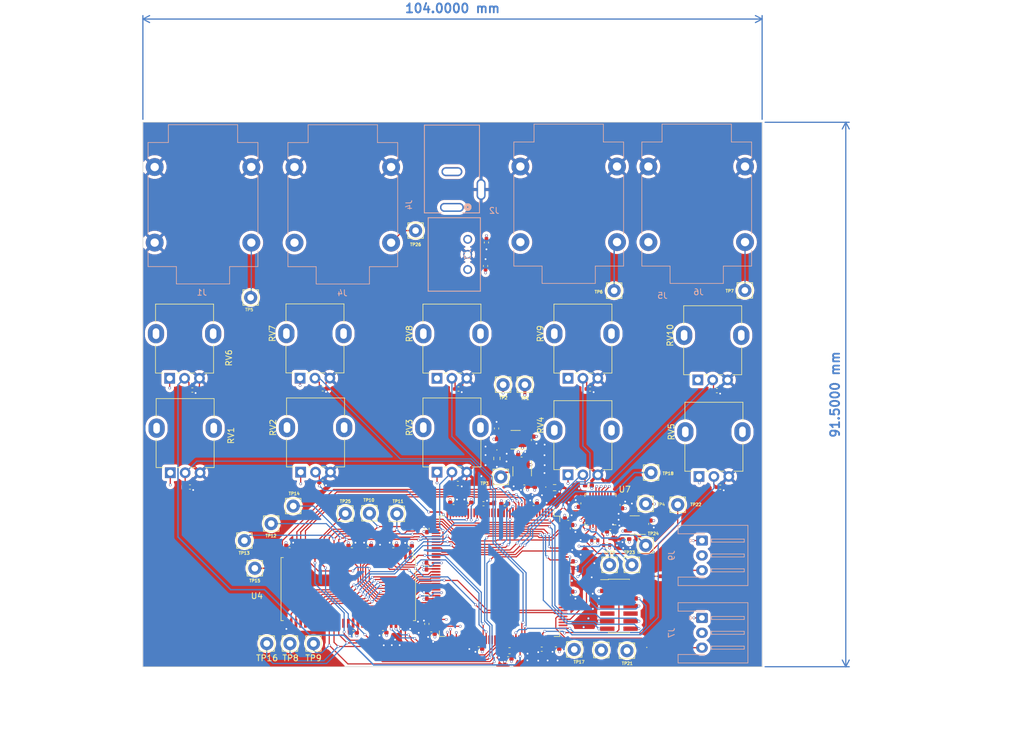
<source format=kicad_pcb>
(kicad_pcb (version 20221018) (generator pcbnew)
  (title_block (title "Guitar Pedal") (date "2024-03-05") (company "ENSEA") (comment 1 "Camille L") (comment 2 "Lucas C") (comment 3 "Jolan T"))
  (layers (0 "F.Cu" signal) (1 "In1.Cu" power) (2 "In2.Cu" power) (3 "In3.Cu" signal) (4 "In4.Cu" power) (31 "B.Cu" signal) (34 "B.Paste" user) (35 "F.Paste" user) (36 "B.SilkS" user "B.Silkscreen") (37 "F.SilkS" user "F.Silkscreen") (38 "B.Mask" user) (39 "F.Mask" user) (44 "Edge.Cuts" user))
  (net 0 "")
  (net 1 "+12V")
  (net 2 "GND")
  (net 3 "+5V")
  (net 4 "+3.3V")
  (net 5 "+1V8")
  (net 6 "NRST")
  (net 7 "Pot_0")
  (net 8 "Pot_1")
  (net 9 "Pot_2")
  (net 10 "Pot_3")
  (net 11 "Pot_4")
  (net 12 "Pot_5")
  (net 13 "Pot_6")
  (net 14 "Pot_7")
  (net 15 "Pot_8")
  (net 16 "Pot_9")
  (net 17 "+3.3VA")
  (net 18 "Net-(D2-A)")
  (net 27 "Net-(U6-VCAP_1)")
  (net 28 "Net-(U6-VCAP_2)")
  (net 34 "Net-(D1-K)")
  (net 35 "Net-(D2-K)")
  (net 37 "/Codec/Ve_guitare_L")
  (net 45 "/Codec/Ve_guitare_R")
  (net 60 "SWDIO")
  (net 61 "/Codec/Vs_guitare_L")
  (net 62 "SWCLK")
  (net 64 "Net-(D4-K)")
  (net 77 "SWO")
  (net 84 "USART2_RX")
  (net 85 "USART2_TX")
  (net 86 "/Codec/Vs_guitare_R")
  (net 88 "Net-(J9-Pin_3)")
  (net 89 "/Codec/SDA_I2C")
  (net 90 "Net-(U6-BOOT0)")
  (net 91 "/Codec/SCL_I2C")
  (net 92 "/STM32/SDCLK")
  (net 93 "/STM32/SDCKE1")
  (net 94 "/STM32/SDNE1 ")
  (net 95 "/STM32/SDNRAS")
  (net 96 "/STM32/SDNWE")
  (net 97 "/STM32/SDNCAS")
  (net 98 "/STM32/NBL0")
  (net 99 "/STM32/A0")
  (net 100 "/STM32/NBL1")
  (net 101 "/STM32/D0")
  (net 102 "/Codec/SYS_MCLK")
  (net 103 "/Codec/SD_I2S")
  (net 104 "/Codec/DOUT_I2S")
  (net 105 "/Codec/WS_I2S")
  (net 106 "/Codec/CK_I2S")
  (net 107 "/STM32/BA0")
  (net 110 "/STM32/D1")
  (net 111 "/STM32/D2")
  (net 112 "/STM32/D3")
  (net 113 "/STM32/D4")
  (net 114 "/STM32/D5")
  (net 115 "/STM32/D6")
  (net 116 "/STM32/D7")
  (net 117 "/STM32/BA1")
  (net 118 "/STM32/A10")
  (net 119 "/STM32/A1")
  (net 120 "/STM32/A2")
  (net 121 "/STM32/A3")
  (net 122 "/STM32/A4")
  (net 123 "/STM32/A5")
  (net 124 "/STM32/A6")
  (net 125 "/STM32/A7")
  (net 126 "/STM32/A8")
  (net 127 "/STM32/A9")
  (net 128 "/STM32/A11")
  (net 131 "/STM32/D8")
  (net 132 "/STM32/D9")
  (net 133 "/STM32/D10")
  (net 134 "/STM32/D11")
  (net 135 "/STM32/D12")
  (net 136 "/STM32/D13")
  (net 137 "/STM32/D14")
  (net 138 "/STM32/D15")
  (net 158 "Net-(D3-K)")
  (net 159 "Net-(D4-A)")
  (net 161 "Net-(J7-Pin_3)")
  (footprint "LED_SMD:LED_0402_1005Metric_Pad0.77x0.64mm_HandSolder" (layer "F.Cu") (at 121.57 93)
    (fp_text reference "D2" hide)
    (fp_text value "LED" hide)
  )
  (footprint "Connector_Pin:Pin_D1.1mm_L8.5mm_W2.5mm_FlatFork" (layer "F.Cu") (at 98.25 60.8)
    (fp_text reference "TP1")
    (fp_text value "TestPoint" hide)
  )
  (footprint "Connector_Pin:Pin_D1.1mm_L8.5mm_W2.5mm_FlatFork" (layer "F.Cu") (at 79.9 34.9)
    (fp_text reference "TP26")
    (fp_text value "TestPoint" hide)
  )
  (footprint "Capacitor_SMD:C_0402_1005Metric_Pad0.74x0.62mm_HandSolder" (layer "F.Cu") (at 58.75 87.84725)
    (fp_text reference "C14" hide)
    (fp_text value "100nF" hide)
  )
  (footprint "Library:Potentiometer_Alpha_RD901F-40-00D_Single_Vertical" (layer "F.Cu") (at 130 68.725 90)
    (fp_text reference "RV5")
    (fp_text value "100k")
  )
  (footprint "Capacitor_SMD:C_0402_1005Metric_Pad0.74x0.62mm_HandSolder" (layer "F.Cu") (at 95.4375 106.875 180)
    (fp_text reference "C23" hide)
    (fp_text value "100nF" hide)
  )
  (footprint "Capacitor_SMD:C_0402_1005Metric_Pad0.74x0.62mm_HandSolder" (layer "F.Cu") (at 91.65 40.85 90)
    (fp_text reference "C2" hide)
    (fp_text value "100µF" hide)
  )
  (footprint "Capacitor_SMD:C_0402_1005Metric_Pad0.74x0.62mm_HandSolder" (layer "F.Cu") (at 81.8125 85.01225 90)
    (fp_text reference "C25" hide)
    (fp_text value "100nF" hide)
  )
  (footprint "Connector_Pin:Pin_D1.1mm_L8.5mm_W2.5mm_FlatFork" (layer "F.Cu") (at 113.25 45)
    (fp_text reference "TP6")
    (fp_text value "TestPoint" hide)
  )
  (footprint "Capacitor_SMD:C_0402_1005Metric_Pad0.74x0.62mm_HandSolder" (layer "F.Cu") (at 64.3 77.2)
    (fp_text reference "C41" hide)
    (fp_text value "100nF" hide)
  )
  (footprint "Capacitor_SMD:C_0402_1005Metric_Pad0.74x0.62mm_HandSolder" (layer "F.Cu") (at 99.7125 80.76225 180)
    (fp_text reference "C21" hide)
    (fp_text value "100nF" hide)
  )
  (footprint "Connector_Pin:Pin_D1.1mm_L8.5mm_W2.5mm_FlatFork" (layer "F.Cu") (at 52.9 91.65)
    (fp_text reference "TP15")
    (fp_text value "TestPoint" hide)
  )
  (footprint "Capacitor_SMD:C_0402_1005Metric_Pad0.74x0.62mm_HandSolder" (layer "F.Cu") (at 115.2 86.75 180)
    (fp_text reference "C8" hide)
    (fp_text value "1uF" hide)
  )
  (footprint "Library:Potentiometer_Alpha_RD901F-40-00D_Single_Vertical" (layer "F.Cu") (at 86 68 90)
    (fp_text reference "RV3")
    (fp_text value "100k")
  )
  (footprint "Resistor_SMD:R_0603_1608Metric" (layer "F.Cu") (at 93.55 73.2 -90)
    (fp_text reference "R1" hide)
    (fp_text value "1k" hide)
  )
  (footprint "Package_SO:TSOP-II-54_22.2x10.16mm_P0.8mm" (layer "F.Cu") (at 68.6 95.15 -90)
    (fp_text reference "U4")
    (fp_text value "IS42S16400J-xC")
  )
  (footprint "Package_DFN_QFN:QFN-32-1EP_5x5mm_P0.5mm_EP3.6x3.6mm" (layer "F.Cu") (at 110.95 81.75 180)
    (fp_text reference "U7")
    (fp_text value "SGTL5000XNAA3" hide)
  )
  (footprint "Connector_Pin:Pin_D1.1mm_L8.5mm_W2.5mm_FlatFork" (layer "F.Cu") (at 119.45 75.575)
    (fp_text reference "TP18")
    (fp_text value "TestPoint" hide)
  )
  (footprint "Capacitor_SMD:C_0402_1005Metric_Pad0.74x0.62mm_HandSolder" (layer "F.Cu") (at 112.6 85.5)
    (fp_text reference "C51" hide)
    (fp_text value "100nF" hide)
  )
  (footprint "Connector_PinHeader_1.27mm:PinHeader_2x07_P1.27mm_Vertical_SMD" (layer "F.Cu") (at 114.05 98)
    (fp_text reference "J8" hide)
    (fp_text value "Conn_02x07_Odd_Even" hide)
  )
  (footprint "Connector_Pin:Pin_D1.1mm_L8.5mm_W2.5mm_FlatFork" (layer "F.Cu") (at 58.8 104.3 180)
    (fp_text reference "TP8")
    (fp_text value "TestPoint" hide)
  )
  (footprint "Capacitor_SMD:C_0402_1005Metric_Pad0.74x0.62mm_HandSolder" (layer "F.Cu") (at 78.7 87.89725 180)
    (fp_text reference "C12" hide)
    (fp_text value "100nF" hide)
  )
  (footprint "Connector_Pin:Pin_D1.1mm_L8.5mm_W2.5mm_FlatFork" (layer "F.Cu") (at 135.2 44.95)
    (fp_text reference "TP7")
    (fp_text value "TestPoint" hide)
  )
  (footprint "Capacitor_SMD:C_0402_1005Metric_Pad0.74x0.62mm_HandSolder" (layer "F.Cu") (at 98.15 78 180)
    (fp_text reference "C6" hide)
    (fp_text value "1uF" hide)
  )
  (footprint "Capacitor_SMD:C_0402_1005Metric_Pad0.74x0.62mm_HandSolder" (layer "F.Cu") (at 108.9325 77.75)
    (fp_text reference "C43" hide)
    (fp_text value "100nF" hide)
  )
  (footprint "Capacitor_SMD:C_0402_1005Metric_Pad0.74x0.62mm_HandSolder" (layer "F.Cu") (at 114.6 81 90)
    (fp_text reference "C50" hide)
    (fp_text value "100nF" hide)
  )
  (footprint "Capacitor_SMD:C_0402_1005Metric_Pad0.74x0.62mm_HandSolder" (layer "F.Cu") (at 106.2375 84.95 -90)
    (fp_text reference "C35" hide)
    (fp_text value "100nF" hide)
  )
  (footprint "Connector_Pin:Pin_D1.1mm_L8.5mm_W2.5mm_FlatFork" (layer "F.Cu") (at 118.55 80.825)
    (fp_text reference "TP4")
    (fp_text value "TestPoint" hide)
  )
  (footprint "Capacitor_SMD:C_0402_1005Metric_Pad0.74x0.62mm_HandSolder" (layer "F.Cu") (at 130.5 61.8)
    (fp_text reference "C49" hide)
    (fp_text value "100nF" hide)
  )
  (footprint "Capacitor_SMD:C_0402_1005Metric_Pad0.74x0.62mm_HandSolder" (layer "F.Cu") (at 106.2575 96.1475 -90)
    (fp_text reference "C30" hide)
    (fp_text value "100nF" hide)
  )
  (footprint "Library:Potentiometer_Alpha_RD901F-40-00D_Single_Vertical" (layer "F.Cu") (at 108 52.225 90)
    (fp_text reference "RV9")
    (fp_text value "100k")
  )
  (footprint "Capacitor_SMD:C_0402_1005Metric_Pad0.74x0.62mm_HandSolder" (layer "F.Cu") (at 82.5375 102.7 180)
    (fp_text reference "C28" hide)
    (fp_text value "100nF" hide)
  )
  (footprint "Connector_Pin:Pin_D1.1mm_L8.5mm_W2.5mm_FlatFork" (layer "F.Cu") (at 116.225 91.075)
    (fp_text reference "TP23")
    (fp_text value "TestPoint" hide)
  )
  (footprint "Package_QFP:LQFP-144_20x20mm_P0.5mm" (layer "F.Cu") (at 94 93 -90)
    (fp_text reference "U6" hide)
    (fp_text value "STM32F446ZCTx" hide)
  )
  (footprint "Capacitor_SMD:C_0402_1005Metric_Pad0.74x0.62mm_HandSolder" (layer "F.Cu") (at 87.1 61.525)
    (fp_text reference "C47" hide)
    (fp_text value "100nF" hide)
  )
  (footprint "Library:Potentiometer_Alpha_RD901F-40-00D_Single_Vertical" (layer "F.Cu") (at 108 68.45 90)
    (fp_text reference "RV4")
    (fp_text value "100k")
  )
  (footprint "Resistor_SMD:R_0201_0603Metric_Pad0.64x0.40mm_HandSolder" (layer "F.Cu") (at 122.4975 92)
    (fp_text reference "R3" hide)
    (fp_text value "330" hide)
  )
  (footprint "Capacitor_SMD:C_0402_1005Metric_Pad0.74x0.62mm_HandSolder" (layer "F.Cu") (at 86.2875 80.6)
    (fp_text reference "C24" hide)
    (fp_text value "100nF" hide)
  )
  (footprint "Connector_Pin:Pin_D1.1mm_L8.5mm_W2.5mm_FlatFork" (layer "F.Cu") (at 118.55 87.8)
    (fp_text reference "TP24")
    (fp_text value "TestPoint" hide)
  )
  (footprint "Connector_Pin:Pin_D1.1mm_L8.5mm_W2.5mm_FlatFork" (layer "F.Cu") (at 94.6 60.8 180)
    (fp_text reference "TP2")
    (fp_text value "TestPoint" hide)
  )
  (footprint "Capacitor_SMD:C_0402_1005Metric_Pad0.74x0.62mm_HandSolder" (layer "F.Cu") (at 81.7875 96.21 90)
    (fp_text reference "C27" hide)
    (fp_text value "100nF" hide)
  )
  (footprint "Capacitor_SMD:C_0402_1005Metric_Pad0.74x0.62mm_HandSolder" (layer "F.Cu") (at 69.2 87.84725)
    (fp_text reference "C13" hide)
    (fp_text value "100nF" hide)
  )
  (footprint "Capacitor_SMD:C_0402_1005Metric_Pad0.74x0.62mm_HandSolder" (layer "F.Cu") (at 42 78)
    (fp_text reference "C40" hide)
    (fp_text value "100nF" hide)
  )
  (footprint "Connector_Pin:Pin_D1.1mm_L8.5mm_W2.5mm_FlatFork" (layer "F.Cu") (at 115.4 105.5 180)
    (fp_text reference "TP21")
    (fp_text value "TestPoint" hide)
  )
  (footprint "Connector_Pin:Pin_D1.1mm_L8.5mm_W2.5mm_FlatFork" (layer "F.Cu") (at 72.15 82.4)
    (fp_text reference "TP10")
    (fp_text value "TestPoint" hide)
  )
  (footprint "Capacitor_SMD:C_0402_1005Metric_Pad0.74x0.62mm_HandSolder" (layer "F.Cu") (at 91.8 36.9 -90)
    (fp_text reference "C1" hide)
    (fp_text value "100uF" hide)
  )
  (footprint "Capacitor_SMD:C_0402_1005Metric_Pad0.74x0.62mm_HandSolder" (layer "F.Cu") (at 99.7 70.1 -90)
    (fp_text reference "C3" hide)
    (fp_text value "1uF" hide)
  )
  (footprint "Capacitor_SMD:C_0402_1005Metric_Pad0.74x0.62mm_HandSolder" (layer "F.Cu") (at 106.3375 91.06225 -90)
    (fp_text reference "C31" hide)
    (fp_text value "100nF" hide)
  )
  (footprint "Library:Potentiometer_Alpha_RD901F-40-00D_Single_Vertical" (layer "F.Cu") (at 129.8 52.5 90)
    (fp_text reference "RV10")
    (fp_text value "100k")
  )
  (footprint "Capacitor_SMD:C_0402_1005Metric_Pad0.74x0.62mm_HandSolder" (layer "F.Cu") (at 87 77.4)
    (fp_text reference "C42" hide)
    (fp_text value "100nF" hide)
  )
  (footprint "Connector_Pin:Pin_D1.1mm_L8.5mm_W2.5mm_FlatFork" (layer "F.Cu") (at 106.55 105.3)
    (fp_text reference "TP17")
    (fp_text value "TestPoint" hide)
  )
  (footprint "Capacitor_SMD:C_0402_1005Metric_Pad0.74x0.62mm_HandSolder" (layer "F.Cu") (at 64.3 61.5)
    (fp_text reference "C46" hide)
    (fp_text value "100nF" hide)
  )
  (footprint "Capacitor_SMD:C_0402_1005Metric_Pad0.74x0.62mm_HandSolder" (layer "F.Cu") (at 131.0675 78.025)
    (fp_text reference "C44" hide)
    (fp_text value "100nF" hide)
  )
  (footprint "Library:Potentiometer_Alpha_RD901F-40-00D_Single_Vertical" (layer "F.Cu") (at 86 52.225 90)
    (fp_text reference "RV8")
    (fp_text value "100k")
  )
  (footprint "Capacitor_SMD:C_0402_1005Metric_Pad0.74x0.62mm_HandSolder" (layer "F.Cu") (at 101.0875 105.25 180)
    (fp_text reference "C19" hide)
    (fp_text value "2.2uF" hide)
  )
  (footprint "Capacitor_SMD:C_0603_1608Metric" (layer "F.Cu") (at 95.6775 105.51 180)
    (fp_text reference "C17" hide)
    (fp_text value "4.7u" hide)
  )
  (footprint "Capacitor_SMD:C_0402_1005Metric_Pad0.74x0.62mm_HandSolder" (layer "F.Cu") (at 42.4 61.7)
    (fp_text reference "C45" hide)
    (fp_text value "100nF" hide)
  )
  (footprint "Connector_Pin:Pin_D1.1mm_L8.5mm_W2.5mm_FlatFork" (layer "F.Cu") (at 59.35 81.2 180)
    (fp_text reference "TP14")
    (fp_text value "TestPoint" hide)
  )
  (footprint "Capacitor_SMD:C_0402_1005Metric_Pad0.74x0.62mm_HandSolder" (layer "F.Cu") (at 90.5125 105.21225 180)
    (fp_text reference "C33" hide)
    (fp_text value "100nF" hide)
  )
  (footprint "Library:Potentiometer_Alpha_RD901F-40-00D_Single_Vertical" (layer "F.Cu") (at 63 52.2 90)
    (fp_text reference "RV7")
    (fp_text value "100k")
  )
  (footprint "Package_TO_SOT_SMD:SOT-23-5" (layer "F.Cu") (at 96.7 70.05 180)
    (fp_text reference "U1" hide)
    (fp_text value "BU33SD5WG-TR" hide)
  )
  (footprint "Capacitor_SMD:C_0402_1005Metric_Pad0.74x0.62mm_HandSolder" (layer "F.Cu") (at 103.4625 105.225 180)
    (fp_text reference "C29" hide)
    (fp_text value "100nF" hide)
  )
  (footprint "Connector_Pin:Pin_D1.1mm_L8.5mm_W2.5mm_FlatFork" (layer "F.Cu") (at 52.2 46.15 180)
    (fp_text reference "TP5")
    (fp_text value "TestPoint" hide)
  )
  (footprint "Library:Potentiometer_Alpha_RD901F-40-00D_Single_Vertical" (layer "F.Cu") (at 63.1 68 90)
    (fp_text reference "RV2")
    (fp_text value "100k")
  )
  (footprint "Resistor_SMD:R_0201_0603Metric_Pad0.64x0.40mm_HandSolder" (layer "F.Cu") (at 106.2 87.7 90)
    (fp_text reference "R6" hide)
    (fp_text value "510" hide)
  )
  (footprint "Capacitor_SMD:C_0402_1005Metric_Pad0.74x0.62mm_HandSolder" (layer "F.Cu") (at 107.3 80.75 90)
    (fp_text reference "C20" hide)
    (fp_text value "100nF" hide)
  )
  (footprint "Connector_Pin:Pin_D1.1mm_L8.5mm_W2.5mm_FlatFork" (layer "F.Cu") (at 94.2 76.3 180)
    (fp_text reference "TP3")
    (fp_text value "TestPoint" hide)
  )
  (footprint "Resistor_SMD:R_0201_0603Metric_Pad0.64x0.40mm_HandSolder" (layer "F.Cu") (at 122.2925 105)
    (fp_text reference "R4" hide)
    (fp_text value "330" hide)
  )
  (footprint "Capacitor_SMD:C_0402_1005Metric_Pad0.74x0.62mm_HandSolder" (layer "F.Cu") (at 71.85 87.84725 180)
    (fp_text reference "C11" hide)
    (fp_text value "100nF" hide)
  )
  (footprint "Capacitor_SMD:C_0402_1005Metric_Pad0.74x0.62mm_HandSolder" (layer "F.Cu") (at 109.2 61.525)
    (fp_text reference "C48" hide)
    (fp_text value "100nF" hide)
  )
  (footprint "LED_SMD:LED_0402_1005Metric_Pad0.77x0.64mm_HandSolder" (layer "F.Cu") (at 119.9925 104.95)
    (fp_text reference "D4" hide)
    (fp_text value "LED" hide)
  )
  (footprint "Package_TO_SOT_SMD:SOT-23-5" (layer "F.Cu") (at 116.7 84.4 180)
    (fp_text reference "U3" hide)
    (fp_text value "BU18SD2MG-MTR" hide)
  )
  (footprint "Resistor_SMD:R_0402_1005Metric" (layer "F.Cu") (at 112 87.75 180)
    (fp_text reference "R7" hide)
    (fp_text value "1.5k" hide)
  )
  (footprint "Capacitor_SMD:C_0402_1005Metric_Pad0.74x0.62mm_HandSolder" (layer "F.Cu") (at 81.7375 91.29 90)
    (fp_text reference "C26" hide)
    (fp_text value "100nF" hide)
  )
  (footprint "Capacitor_SMD:C_0402_1005Metric_Pad0.74x0.62mm_HandSolder" (layer "F.Cu") (at 74.425 102.46 180)
    (fp_text reference "C9" hide)
    (fp_text value "100nF" hide)
  )
  (footprint "Connector_Pin:Pin_D1.1mm_L8.5mm_W2.5mm_FlatFork" (layer "F.Cu") (at 51.15 87 180)
    (fp_text reference "TP13")
    (fp_text value "TestPoint" hide)
  )
  (footprint "Connector_Pin:Pin_D1.1mm_L8.5mm_W2.5mm_FlatFork" (layer "F.Cu") (at 62.75 104.3)
    (fp_text reference "TP9")
    (fp_text value "TestPoint" hide)
  )
  (footprint "LED_SMD:LED_0402_1005Metric_Pad0.77x0.64mm_HandSolder" (layer "F.Cu") (at 100.5 78 180)
    (fp_text reference "D3" hide)
    (fp_text value "RED" hide)
  )
  (footprint "Capacitor_SMD:C_0402_1005Metric_Pad0.74x0.62mm_HandSolder" (layer "F.Cu") (at 88.6875 80.6 180)
    (fp_text reference "C34" hide)
    (fp_text value "100nF" hide)
  )
  (footprint "Capacitor_SMD:C_0402_1005Metric_Pad0.74x0.62mm_HandSolder" (layer "F.Cu") (at 94.8625 80.81225)
    (fp_text reference "C22" hide)
    (fp_text value "100nF" hide)
  )
  (footprint "Resistor_SMD:R_0402_1005Metric" (layer "F.Cu") (at 110 86.95 180)
    (fp_text reference "R5" hide)
    (fp_text value "1.5k" hide)
  )
  (footprint "Capacitor_SMD:C_0402_1005Metric_Pad0.74x0.62mm_HandSolder" (layer "F.Cu") (at 69.45 102.49725 180)
    (fp_text reference "C15" hide)
    (fp_text value "100nF" hide)
  )
  (footprint "Package_TO_SOT_SMD:SOT-23-5" (layer "F.Cu") (at 97.8 75.35 -90)
    (fp_text reference "U2" hide)
    (fp_text value "BU33SD5WG-TR")
  )
  (footprint "Connector_Pin:Pin_D1.1mm_L8.5mm_W2.5mm_FlatFork" (layer "F.Cu") (at 54.9 104.3)
    (fp_text reference "TP16")
    (fp_text value "TestPoint" hide)
  )
  (footprint "Capacitor_SMD:C_0402_1005Metric_Pad0.74x0.62mm_HandSolder" (layer "F.Cu") (at 76.15 87.85725 180)
    (fp_text reference "C10" hide)
    (fp_text value "100nF" hide)
  )
  (footprint "Connector_Pin:Pin_D1.1mm_L8.5mm_W2.5mm_FlatFork" (layer "F.Cu") (at 111.1 105.4)
    (fp_text reference "TP19" hide)
    (fp_text value "TestPoint" hide)
  )
  (footprint "Connector_Pin:Pin_D1.1mm_L8.5mm_W2.5mm_FlatFork" (layer "F.Cu") (at 55.65 84.15)
    (fp_text reference "TP12")
    (fp_text value "TestPoint" hide)
  )
  (footprint "LED_SMD:LED_0402_1005Metric_Pad0.77x0.64mm_HandSolder" (layer "F.Cu") (at 93.55 70.5 90)
    (fp_text reference "D1" hide)
    (fp_text value "RED" hide)
  )
  (footprint "Capacitor_SMD:C_0402_1005Metric_Pad0.74x0.62mm_HandSolder" (layer "F.Cu") (at 97.7 72.6)
    (fp_text reference "C5" hide)
    (fp_text value "1uF" hide)
  )
  (footprint "Connector_Pin:Pin_D1.1mm_L8.5mm_W2.5mm_FlatFork" (layer "F.Cu") (at 76.75 82.5 180)
    (fp_text reference "TP11")
    (fp_text value "TestPoint" hide)
  )
  (footprint "Resistor_SMD:R_0603_1608Metric" (layer "F.Cu") (at 103.25 78.1)
    (fp_text reference "R2" hide)
    (fp_text value "1k" hide)
  )
  (footprint "Connector_Pin:Pin_D1.1mm_L8.5mm_W2.5mm_FlatFork" (layer "F.Cu") (at 123.925 80.975 180)
    (fp_text reference "TP22")
    (fp_text value "TestPoint" hide)
  )
  (footprint "Capacitor_SMD:C_0402_1005Metric_Pad0.74x0.62mm_HandSolder" (layer "F.Cu") (at 119.4 84.2 -90)
    (fp_text reference "C7" hide)
    (fp_text value "1uF" hide)
  )
  (footprint "Capacitor_SMD:C_0402_1005Metric_Pad0.74x0.62mm_HandSolder" (layer "F.Cu") (at 81.7875 101 90)
    (fp_text reference "C18" hide)
    (fp_text value "2.2uF" hide)
  )
  (footprint "Capacitor_SMD:C_0402_1005Metric_Pad0.74x0.62mm_HandSolder" (layer "F.Cu") (at 93.5 68.155 90)
    (fp_text reference "C4" hide)
    (fp_text value "1uF" hide)
  )
  (footprint "Library:Potentiometer_Alpha_RD901F-40-00D_Single_Vertical" (layer "F.Cu") (at 41.1 52.225 90)
    (fp_text reference "RV6")
    (fp_text value "100k")
  )
  (footprint "Capacitor_SMD:C_0402_1005Metric_Pad0.74x0.62mm_HandSolder" (layer "F.Cu") (at 105.5375 83.25)
    (fp_text reference "C32" hide)
    (fp_text value "100nF" hide)
  )
  (footprint "Capacitor_SMD:C_0402_1005Metric_Pad0.74x0.62mm_HandSolder" (layer "F.Cu") (at 91.305 80.8)
    (fp_text reference "C60" hide)
    (fp_text value "100nF" hide)
  )
  (footprint "Connector_Pin:Pin_D1.1mm_L8.5mm_W2.5mm_FlatFork" (layer "F.Cu") (at 68.1 82.45)
    (fp_text reference "TP25")
    (fp_text value "TestPoint" hide)
  )
  (footprint "Library:Potentiometer_Alpha_RD901F-40-00D_Single_Vertical" (layer "F.Cu") (at 41.2 68.1 90)
    (fp_text reference "RV1")
    (fp_text value "100k")
  )
  (footprint "Connector_Pin:Pin_D1.1mm_L8.5mm_W2.5mm_FlatFork" (layer "F.Cu") (at 112.475 91.075)
    (fp_text reference "TP20")
    (fp_text value "TestPoint" hide)
  )
  (footprint "Connector_Audio:Jack_6.35mm_Neutrik_NMJ4HCD2_Horizontal" (layer "B.Cu") (at 135.23 36.835 90)
    (fp_text reference "J6")
    (fp_text value "NMJ4HCD2" hide)
  )
  (footprint "Library:Regulator4840-2201" (layer "B.Cu") (at 86 25 -90)
    (fp_text reference "J2")
    (fp_text value "4840.2201 power connector " hide)
  )
  (footprint "Connector_Audio:Jack_6.35mm_Neutrik_NMJ4HCD2_Horizontal" (layer "B.Cu") (at 113.73 36.835 90)
    (fp_text reference "J5")
    (fp_text value "NMJ4HCD2" hide)
  )
  (footprint "Connector_JST:JST_XH_S3B-XH-A-1_1x03_P2.50mm_Horizontal" (layer "B.Cu") (at 128 100 -90)
    (fp_text reference "J7")
    (fp_text value "Conn_01x03")
  )
  (footprint "Connector_Audio:Jack_6.35mm_Neutrik_NMJ4HCD2_Horizontal" (layer "B.Cu") (at 75.79 36.93 90)
    (fp_text reference "J4")
    (fp_text value "NMJ4HCD2")
  )
  (footprint "Connector_Audio:Jack_6.35mm_Neutrik_NMJ4HCD2_Horizontal" (layer "B.Cu") (at 52.31 36.92 90)
    (fp_text reference "J1")
    (fp_text value "NMJ4HCD2" hide)
  )
  (footprint "Library:CONN3_950578_WRE_173950578" (layer "B.Cu") (at 88.654499 36.3649 -90)
    (fp_text reference "J3")
    (fp_text value "173950578" hide)
  )
  (footprint "Connector_JST:JST_XH_S3B-XH-A-1_1x03_P2.50mm_Horizontal" (layer "B.Cu") (at 128 87 -90)
    (fp_text reference "J9")
    (fp_text value "Conn_01x03")
  )
  (gr_line (start 138.1 16.7) (end 138.1 108.2) (stroke (width 0.1)) (layer "Edge.Cuts"))
  (gr_line (start 34.1 16.7) (end 138.1 16.7) (stroke (width 0.1)) (layer "Edge.Cuts"))
  (gr_line (start 138.1 108.2) (end 34.1 108.2) (stroke (width 0.1)) (layer "Edge.Cuts"))
  (gr_line (start 34.1 108.2) (end 34.1 16.7) (stroke (width 0.1)) (layer "Edge.Cuts"))
  (gr_text "J4\n" (at 67.6 45.4) (layer "B.SilkS") (effects (font (size 1 1)) (justify mirror)))
  (dimension (type aligned) (layer "B.Cu") (pts (xy 138.1 108.2) (xy 138.1 16.7)) (height 14.05) (gr_text "91,5000 mm" (at 150.35 62.45 90) (layer "B.Cu") (effects (font (size 1.5 1.5) (thickness 0.3)))) (format (prefix "") (suffix "") (units 3) (units_format 1) (precision 4)) (style (thickness 0.2) (arrow_length 1.27) (text_position_mode 0) (extension_height 0.58642) (extension_offset 0.5) keep_text_aligned))
  (dimension (type aligned) (layer "B.Cu") (pts (xy 34.1 16.7) (xy 138.1 16.7)) (height -17.35) (gr_text "104,0000 mm" (at 86.1 -2.45) (layer "B.Cu") (effects (font (size 1.5 1.5) (thickness 0.3)))) (format (prefix "") (suffix "") (units 3) (units_format 1) (precision 4)) (style (thickness 0.2) (arrow_length 1.27) (text_position_mode 0) (extension_height 0.58642) (extension_offset 0.5) keep_text_aligned))
  (via (at 91.8 35.75) (size 0.45) (drill 0.3) (layers "F.Cu" "B.Cu") (net 1))
  (segment (start 81.8125 84.44475) (end 81.50525 84.44475) (width 0.2) (layer "F.Cu") (net 2))
  (segment (start 114.6 80.4325) (end 115.0825 80.4325) (width 0.2) (layer "F.Cu") (net 2))
  (segment (start 83.3375 84.75) (end 82.11775 84.75) (width 0.2) (layer "F.Cu") (net 2))
  (segment (start 83.3375 91.25) (end 82.265 91.25) (width 0.2) (layer "F.Cu") (net 2))
  (segment (start 119.0325 84.4) (end 119.4 84.7675) (width 0.25) (layer "F.Cu") (net 2))
  (segment (start 110.71 100.54) (end 110.7 100.55) (width 0.2) (layer "F.Cu") (net 2))
  (segment (start 87.65 77.9) (end 87.65 77.4825) (width 0.2) (layer "F.Cu") (net 2))
  (segment (start 64.8675 76.2325) (end 65.6 75.5) (width 0.2) (layer "F.Cu") (net 2))
  (segment (start 83.3375 96.25) (end 82.395 96.25) (width 0.2) (layer "F.Cu") (net 2))
  (segment (start 102.895 105.225) (end 102.895 105.695) (width 0.2) (layer "F.Cu") (net 2))
  (segment (start 97.8375 70.05) (end 99.029756 70.05) (width 0.25) (layer "F.Cu") (net 2))
  (segment (start 114.65 86.7675) (end 114.6325 86.75) (width 0.25) (layer "F.Cu") (net 2))
  (segment (start 131.65 78.55) (end 131.65 78.04) (width 0.2) (layer "F.Cu") (net 2))
  (segment (start 64.85 77.7) (end 64.85 77.2175) (width 0.2) (layer "F.Cu") (net 2))
  (segment (start 90.25 104.90725) (end 90.25 103.6625) (width 0.2) (layer "F.Cu") (net 2))
  (segment (start 131.635 77.09) (end 132.5 76.225) (width 0.2) (layer "F.Cu") (net 2))
  (segment (start 87.6675 61.525) (end 87.6675 60.5575) (width 0.2) (layer "F.Cu") (net 2))
  (segment (start 106.2575 96.715) (end 105.7925 96.25) (width 0.2) (layer "F.Cu") (net 2))
  (segment (start 81.773264 95.656736) (end 81.7875 95.6425) (width 0.2) (layer "F.Cu") (net 2))
  (segment (start 113.4675 80.4325) (end 113.4 80.5) (width 0.2) (layer "F.Cu") (net 2))
  (segment (start 86.855 80.105) (end 86.85 80.1) (width 0.2) (layer "F.Cu") (net 2))
  (segment (start 99.145 80.76225) (end 99.145 80.255) (width 0.2) (layer "F.Cu") (net 2))
  (segment (start 87.65 61.5425) (end 87.6675 61.525) (width 0.2) (layer "F.Cu") (net 2))
  (segment (start 95.25 80.99225) (end 95.43 80.81225) (width 0.2) (layer "F.Cu") (net 2))
  (segment (start 97.6 78.5) (end 97.6 78.0175) (width 0.25) (layer "F.Cu") (net 2))
  (segment (start 113.4 82.5) (end 111.7 82.5) (width 0.25) (layer "F.Cu") (net 2))
  (segment (start 102.25 104.58) (end 102.25 103.6625) (width 0.2) (layer "F.Cu") (net 2))
  (segment (start 115.0825 80.4325) (end 115.1 80.45) (width 0.2) (layer "F.Cu") (net 2))
  (segment (start 97.925 72.9425) (end 98.2675 72.6) (width 0.25) (layer "F.Cu") (net 2))
  (segment (start 112.1 98) (end 110.7 98) (width 0.2) (layer "F.Cu") (net 2))
  (segment (start 69.7675 87.84725) (end 69.7675 87.3825) (width 0.2) (layer "F.Cu") (net 2))
  (segment (start 82.11775 84.75) (end 81.8125 84.44475) (width 0.2) (layer "F.Cu") (net 2))
  (segment (start 81.3175 100.4325) (end 81.3 100.45) (width 0.2) (layer "F.Cu") (net 2))
  (segment (start 99.7325 70.7) (end 99.7 70.6675) (width 0.25) (layer "F.Cu") (net 2))
  (segment (start 68.8825 102.49725) (end 68.6 102.21475) (width 0.2) (layer "F.Cu") (net 2))
  (segment (start 99.145 80.255) (end 99.15 80.25) (width 0.2) (layer "F.Cu") (net 2))
  (segment (start 42.55 78.5) (end 42.55 78.0175) (width 0.2) (layer "F.Cu") (net 2))
  (segment (start 87.5675 77.4) (end 87.8 77.4) (width 0.2) (layer "F.Cu") (net 2))
  (segment (start 131.05 61.8175) (end 131.0675 61.8) (width 0.2) (layer "F.Cu") (net 2))
  (segment (start 68.6 102.21475) (end 68.6 100.9) (width 0.2) (layer "F.Cu") (net 2))
  (segment (start 64.85 62) (end 64.85 61.5175) (width 0.2) (layer "F.Cu") (net 2))
  (segment (start 112.2 84.55) (end 112.2 84.2) (width 0.2) (layer "F.Cu") (net 2))
  (segment (start 113.2 85.5325) (end 113.1675 85.5) (width 0.2) (layer "F.Cu") (net 2))
  (segment (start 87.75 82.3375) (end 87.75 80.97) (width 0.2) (layer "F.Cu") (net 2))
  (segment (start 73.8575 102.93) (end 73.8375 102.95) (width 0.2) (layer "F.Cu") (net 2))
  (segment (start 94.9025 105.51) (end 95.75 104.6625) (width 0.2) (layer "F.Cu") (net 2))
  (segment (start 78.9875 100.9125) (end 79 100.9) (width 0.2) (layer "F.Cu") (net 2))
  (segment (start 81.25 90.75) (end 81.71 90.75) (width 0.2) (layer "F.Cu") (net 2))
  (segment (start 97.8 74.2125) (end 97.925 74.0875) (width 0.25) (layer "F.Cu") (net 2))
  (segment (start 114.6 80.4325) (end 113.4675 80.4325) (width 0.2) (layer "F.Cu") (net 2))
  (segment (start 64.85 61.5175) (end 64.8675 61.5) (width 0.2) (layer "F.Cu") (net 2))
  (segment (start 42.5675 78) (end 42.5675 76.7325) (width 0.2) (layer "F.Cu") (net 2))
  (segment (start 42.5675 76.7325) (end 43.7 75.6) (width 0.2) (layer "F.Cu") (net 2))
  (segment (start 71.2825 87.84725) (end 71.2825 87.3825) (width 0.2) (layer "F.Cu") (net 2))
  (segment (start 77.3875 101.85) (end 77.3875 100.9125) (width 0.2) (layer "F.Cu") (net 2))
  (segment (start 42.95 62.2) (end 42.95 61.7175) (width 0.2) (layer "F.Cu") (net 2))
  (segment (start 88.5 76.7) (end 88.5 75.5) (width 0.2) (layer "F.Cu") (net 2))
  (segment (start 109.7675 61.525) (end 109.7675 60.4575) (width 0.2) (layer "F.Cu") (net 2))
  (segment (start 73.8575 102.46) (end 73.8575 102.93) (width 0.2) (layer "F.Cu") (net 2))
  (segment (start 105.95775 91.25) (end 106.3375 91.62975) (width 0.2) (layer "F.Cu") (net 2))
  (segment (start 131.65 78.04) (end 131.635 78.025) (width 0.2) (layer "F.Cu") (net 2))
  (segment (start 88.12 80.6) (end 88.12 80.12) (width 0.2) (layer "F.Cu") (net 2))
  (segment (start 81.306736 95.656736) (end 81.773264 95.656736) (width 0.2) (layer "F.Cu") (net 2))
  (segment (start 78.9875 101.85) (end 78.9875 100.9125) (width 0.2) (layer "F.Cu") (net 2))
  (segment (start 112.1 100.54) (end 110.71 100.54) (width 0.2) (layer "F.Cu") (net 2))
  (segment (start 59.3175 87.37) (end 59.3375 87.35) (width 0.2) (layer "F.Cu") (net 2))
  (segment (start 114.65 87.25) (end 114.65 86.7675) (width 0.25) (layer "F.Cu") (net 2))
  (segment (start 109.8 62.05) (end 109.8 61.5575) (width 0.2) (layer "F.Cu") (net 2))
  (segment (start 95.43 80.32) (end 95.45 80.3) (width 0.2) (layer "F.Cu") (net 2))
  (segment (start 64.8675 77.2) (end 64.8675 76.2325) (width 0.2) (layer "F.Cu") (net 2))
  (segment (start 77.3875 100.9125) (end 77.4 100.9) (width 0.2) (layer "F.Cu") (net 2))
  (segment (start 73.205 102.46) (end 73.8575 102.46) (width 0.2) (layer "F.Cu") (net 2))
  (segment (start 81.7875 100.4325) (end 81.3175 100.4325) (width 0.2) (layer "F.Cu") (net 2))
  (segment (start 131.635 78.025) (end 131.635 77.09) (width 0.2) (layer "F.Cu") (net 2))
  (segment (start 106.2 88.6) (end 106.2 88.1075) (width 0.25) (layer "F.Cu") (net 2))
  (segment (start 95.75 104.6625) (end 95.75 103.6625) (width 0.2) (layer "F.Cu") (net 2))
  (segment (start 117.8375 84.4) (end 119.0325 84.4) (width 0.25) (layer "F.Cu") (net 2))
  (segment (start 64.8675 61.5) (end 64.8675 60.3325) (width 0.2) (layer "F.Cu") (net 2))
  (segment (start 87.8 77.4) (end 88.5 76.7) (width 0.2) (layer "F.Cu") (net 2))
  (segment (start 59.3175 87.84725) (end 59.3175 87.37) (width 0.2) (layer "F.Cu") (net 2))
  (segment (start 131.0675 61.2325) (end 132.3 60) (width 0.2) (layer "F.Cu") (net 2))
  (segment (start 114 83.5) (end 113.4 83.5) (width 0.25) (layer "F.Cu") (net 2))
  (segment (start 81.97 103.17) (end 82 103.2) (width 0.2) (layer "F.Cu") (net 2))
  (segment (start 99.647256 70.6675) (end 99.7 70.6675) (width 0.25) (layer "F.Cu") (net 2))
  (segment (start 78.1325 87.89725) (end 78.1325 87.4175) (width 0.25) (layer "F.Cu") (net 2))
  (segment (start 72.6 100.9) (end 72.6 101.855) (width 0.2) (layer "F.Cu") (net 2))
  (segment (start 72.6 101.855) (end 73.205 102.46) (width 0.2) (layer "F.Cu") (net 2))
  (segment (start 70.2 89.4) (end 70.2 88.27975) (width 0.2) (layer "F.Cu") (net 2))
  (segment (start 109.5 78.25) (end 109.5 77.75) (width 0.2) (layer "F.Cu") (net 2))
  (segment (start 112.1 96.73) (end 110.73 96.73) (width 0.2) (layer "F.Cu") (net 2))
  (segment (start 113.05 84.3) (end 112.8 84.3) (width 0.25) (layer "F.Cu") (net 2))
  (segment (start 107.3 80.1825) (end 106.8175 80.1825) (width 0.25) (layer "F.Cu") (net 2))
  (segment (start 78.1325 87.4175) (end 78.15 87.4) (width 0.25) (layer "F.Cu") (net 2))
  (segment (start 97.6 78.0175) (end 97.5825 78) (width 0.25) (layer "F.Cu") (net 2))
  (segment (start 58.2 100.9) (end 58.2 101.85) (width 0.2) (layer "F.Cu") (net 2))
  (segment (start 68.8825 102.995) (end 68.8875 103) (width 0.2) (layer "F.Cu") (net 2))
  (segment (start 119.8675 84.7675) (end 119.9 84.8) (width 0.25) (layer "F.Cu") (net 2))
  (segment (start 109.8 61.5575) (end 109.7675 61.525) (width 0.2) (layer "F.Cu") (net 2))
  (segment (start 100.5 105.75) (end 100.5 105.27) (width 0.2) (layer "F.Cu") (net 2))
  (segment (start 110.73 96.73) (end 110.7 96.7) (width 0.2) (layer "F.Cu") (net 2))
  (segment (start 70.2 88.27975) (end 69.7675 87.84725) (width 0.2) (layer "F.Cu") (net 2))
  (segment (start 75 89.4) (end 75 88.43975) (width 0.2) (layer "F.Cu") (net 2))
  (segment (start 100.2 70.7) (end 99.7325 70.7) (width 0.25) (layer "F.Cu") (net 2))
  (segment (start 111.7 82.5) (end 110.95 81.75) (width 0.25) (layer "F.Cu") (net 2))
  (segment (start 102.895 105.695) (end 102.9 105.7) (width 0.2) (layer "F.Cu") (net 2))
  (segment (start 113.2 86) (end 113.2 85.5325) (width 0.2) (layer "F.Cu") (net 2))
  (segment (start 97.925 74.0875) (end 97.925 72.9425) (width 0.25) (layer "F.Cu") (net 2))
  (segment (start 102.895 105.225) (end 102.25 104.58) (width 0.2) (layer "F.Cu") (net 2))
  (segment (start 42.95 61.7175) (end 42.9675 61.7) (width 0.2) (layer "F.Cu") (net 2))
  (segment (start 100.5 105.27) (end 100.52 105.25) (width 0.2) (layer "F.Cu") (net 2))
  (segment (start 131.05 62.3) (end 131.05 61.8175) (width 0.2) (layer "F.Cu") (net 2))
  (segment (start 64.85 77.2175) (end 64.8675 77.2) (width 0.2) (layer "F.Cu") (net 2))
  (segment (start 89.95 105.7) (end 89.95 105.21725) (width 0.2) (layer "F.Cu") (net 2))
  (segment (start 87.25 80.995) (end 86.855 80.6) (width 0.2) (layer "F.Cu") (net 2))
  (segment (start 64.8675 60.3325) (end 65.5 59.7) (width 0.2) (layer "F.Cu") (net 2))
  (segment (start 95.43 80.81225) (end 95.43 80.32) (width 0.2) (layer "F.Cu") (net 2))
  (segment (start 43.6 61.0675) (end 43.6 59.725) (width 0.2) (layer "F.Cu") (net 2))
  (segment (start 104.6625 91.25) (end 105.95775 91.25) (width 0.2) (layer "F.Cu") (net 2))
  (segment (start 86.855 80.6) (end 86.855 80.105) (width 0.2) (layer "F.Cu") (net 2))
  (segment (start 119.4 84.7675) (end 119.8675 84.7675) (width 0.25) (layer "F.Cu") (net 2))
  (segment (start 42.55 78.0175) (end 42.5675 78) (width 0.2) (layer "F.Cu") (net 2))
  (segment (start 87.65 62.05) (end 87.65 61.5425) (width 0.2) (layer "F.Cu") (net 2))
  (segment (start 94.87 106.875) (end 94.87 105.5425) (width 0.2) (layer "F.Cu") (net 2))
  (segment (start 106.8175 80.1825) (end 106.8 80.2) (width 0.25) (layer "F.Cu") (net 2))
  (segment (start 113.15 85.5) (end 112.2 84.55) (width 0.2) (layer "F.Cu") (net 2))
  (segment (start 91.8725 80.3275) (end 91.9 80.3) (width 0.2) (layer "F.Cu") (net 2))
  (segment (start 105.7925 96.25) (end 104.6625 96.25) (width 0.2) (layer "F.Cu") (net 2))
  (segment (start 112.8 84.3) (end 112.7 84.2) (width 0.25) (layer "F.Cu") (net 2))
  (segment (start 81.50525 84.44475) (end 81.3 84.65) (width 0.2) (layer "F.Cu") (net 2))
  (segment (start 81.97 102.7) (end 81.97 103.17) (width 0.2) (layer "F.Cu") (net 2))
  (segment (start 89.945 105.21225) (end 90.25 104.90725) (width 0.2) (layer "F.Cu") (net 2))
  (segment (start 88.12 80.12) (end 88.1 80.1) (width 0.2) (layer "F.Cu") (net 2))
  (segment (start 69.7675 87.3825) (end 69.8 87.35) (width 0.2) (layer "F.Cu") (net 2))
  (segment (start 81.71 90.75) (end 81.7375 90.7225) (width 0.2) (layer "F.Cu") (net 2))
  (segment (start 87.6675 60.5575) (end 88.5 59.725) (width 0.2) (layer "F.Cu") (net 2))
  (segment (start 75.5825 87.85725) (end 75.5825 87.3825) (width 0.2) (layer "F.Cu") (net 2))
  (segment (start 75.5825 87.3825) (end 75.55 87.35) (width 0.2) (layer "F.Cu") (net 2))
  (segment (start 82.395 96.25) (end 81.7875 95.6425) (width 0.2) (layer "F.Cu") (net 2))
  (segment (start 87.65 77.4825) (end 87.5675 77.4) (width 0.2) (layer "F.Cu") (net 2))
  (segment (start 99.029756 70.05) (end 99.647256 70.6675) (width 0.25) (layer "F.Cu") (net 2))
  (segment (start 94.87 105.5425) (end 94.9025 105.51) (width 0.2) (layer "F.Cu") (net 2))
  (segment (start 109.5 76.95) (end 110.5 75.95) (width 0.2) (layer "F.Cu") (net 2))
  (segment (start 95.25 82.3375) (end 95.25 80.99225) (width 0.2) (layer "F.Cu") (net 2))
  (segment (start 91.8725 80.8) (end 91.8725 80.3275) (width 0.2) (layer "F.Cu") (net 2))
  (segment (start 113.4 82.5) (end 114 82.5) (width 0.25) (layer "F.Cu") (net 2))
  (segment (start 75 88.43975) (end 75.5825 87.85725) (width 0.2) (layer "F.Cu") (net 2))
  (segment (start 109.5 77.75) (end 109.5 76.95) (width 0.2) (layer "F.Cu") (net 2))
  (segment (start 68.8825 102.49725) (end 68.8825 102.995) (width 0.2) (layer "F.Cu") (net 2))
  (segment (start 82.265 91.25) (end 81.7375 90.7225) (width 0.2) (layer "F.Cu") (net 2))
  (segment (start 42.9675 61.7) (end 43.6 61.0675) (width 0.2) (layer "F.Cu") (net 2))
  (segment (start 131.0675 61.8) (end 131.0675 61.2325) (width 0.2) (layer "F.Cu") (net 2))
  (segment (start 87.75 80.97) (end 88.12 80.6) (width 0.2) (layer "F.Cu") (net 2))
  (segment (start 87.25 82.3375) (end 87.25 80.995) (width 0.2) (layer "F.Cu") (net 2))
  (segment (start 109.7675 60.4575) (end 110.5 59.725) (width 0.2) (layer "F.Cu") (net 2))
  (via (at 106.1 82.75) (size 0.45) (drill 0.3) (layers "F.Cu" "B.Cu") (net 2))
  (via (at 101.55 75.65) (size 0.45) (drill 0.3) (layers "F.Cu" "B.Cu") (net 2))
  (via (at 91.9 80.3) (size 0.45) (drill 0.3) (layers "F.Cu" "B.Cu") (net 2))
  (via (at 77.3875 101.85) (size 0.45) (drill 0.3) (layers "F.Cu" "B.Cu") (net 2))
  (via (at 100.5 107.175) (size 0.45) (drill 0.3) (layers "F.Cu" "B.Cu") (net 2))
  (via (at 131.05 62.3) (size 0.45) (drill 0.3) (layers "F.Cu" "B.Cu") (net 2))
  (via (at 106.75 96.75) (size 0.45) (drill 0.3) (layers "F.Cu" "B.Cu") (net 2))
  (via (at 113.724414 87.825586) (size 0.45) (drill 0.3) (layers "F.Cu" "B.Cu") (net 2))
  (via (at 75.9 104.575) (size 0.45) (drill 0.3) (layers "F.Cu" "B.Cu") (net 2))
  (via (at 115.95 88.225) (size 0.45) (drill 0.3) (layers "F.Cu" "B.Cu") (net 2))
  (via (at 78.15 87.4) (size 0.45) (drill 0.3) (layers "F.Cu" "B.Cu") (net 2))
  (via (at 99.525 79.325) (size 0.45) (drill 0.3) (layers "F.Cu" "B.Cu") (net 2))
  (via (at 106.8 80.2) (size 0.45) (drill 0.3) (layers "F.Cu" "B.Cu") (net 2))
  (via (at 106.2 88.6) (size 0.45) (drill 0.3) (layers "F.Cu" "B.Cu") (net 2))
  (via (at 98.7 106) (size 0.45) (drill 0.3) (layers "F.Cu" "B.Cu") (net 2))
  (via (at 105.628193 80.578193) (size 0.45) (drill 0.3) (layers "F.Cu" "B.Cu") (net 2))
  (via (at 99.15 80.25) (size 0.45) (drill 0.3) (layers "F.Cu" "B.Cu") (net 2))
  (via (at 101.575 70.875) (size 0.45) (drill 0.3) (layers "F.Cu" "B.Cu") (net 2))
  (via (at 80.425 102.5) (size 0.45) (drill 0.3) (layers "F.Cu" "B.Cu") (net 2))
  (via (at 58.2 101.85) (size 0.45) (drill 0.3) (layers "F.Cu" "B.Cu") (net 2))
  (via (at 91.65 39.7) (size 0.45) (drill 0.3) (layers "F.Cu" "B.Cu") (net 2))
  (via (at 95.2 72.4) (size 0.45) (drill 0.3) (layers "F.Cu" "B.Cu") (net 2))
  (via (at 42.95 62.2) (size 0.45) (drill 0.3) (layers "F.Cu" "B.Cu") (net 2))
  (via (at 102.9 105.7) (size 0.45) (drill 0.3) (layers "F.Cu" "B.Cu") (net 2))
  (via (at 89.95 105.7) (size 0.45) (drill 0.3) (layers "F.Cu" "B.Cu") (net 2))
  (via (at 115.1 80.45) (size 0.45) (drill 0.3) (layers "F.Cu" "B.Cu") (net 2))
  (via (at 101.9 80.65) (size 0.45) (drill 0.3) (layers "F.Cu" "B.Cu") (net 2))
  (via (at 75.55 87.35) (size 0.45) (drill 0.3) (layers "F.Cu" "B.Cu") (net 2))
  (via (at 109.925 90.8) (size 0.45) (drill 0.3) (layers "F.Cu" "B.Cu") (net 2))
  (via (at 114.775 88.25) (size 0.45) (drill 0.3) (layers "F.Cu" "B.Cu") (net 2))
  (via (at 102.075 107.15) (size 0.45) (drill 0.3) (layers "F.Cu" "B.Cu") (net 2))
  (via (at 81.3 84.65) (size 0.45) (drill 0.3) (layers "F.Cu" "B.Cu") (net 2))
  (via (at 95.45 80.3) (size 0.45) (drill 0.3) (layers "F.Cu" "B.Cu") (net 2))
  (via (at 114 82.5) (size 0.45) (drill 0.3) (layers "F.Cu" "B.Cu") (net 2))
  (via (at 87.65 77.9) (size 0.45) (drill 0.3) (layers "F.Cu" "B.Cu") (net 2))
  (via (at 93.55 74.6) (size 0.45) (drill 0.3) (layers "F.Cu" "B.Cu") (net 2))
  (via (at 110.7 96.7) (size 0.45) (drill 0.3) (layers "F.Cu" "B.Cu") (net 2))
  (via (at 98.3 72.1) (size 0.45) (drill 0.3) (layers "F.Cu" "B.Cu") (net 2))
  (via (at 82 103.2) (size 0.45) (drill 0.3) (layers "F.Cu" "B.Cu") (net 2))
  (via (at 73.925 87.7) (size 0.45) (drill 0.3) (layers "F.Cu" "B.Cu") (net 2))
  (via (at 91.65 72.625) (size 0.45) (drill 0.3) (layers "F.Cu" "B.Cu") (net 2))
  (via (at 64.85 62) (size 0.45) (drill 0.3) (layers "F.Cu" "B.Cu") (net 2))
  (via (at 94.9 107.35) (size 0.45) (drill 0.3) (layers "F.Cu" "B.Cu") (net 2))
  (via (at 106.15 93.75) (size 0.45) (drill 0.3) (layers "F.Cu" "B.Cu") (net 2))
  (via (at 101.55 72.65) (size 0.45) (drill 0.3) (layers "F.Cu" "B.Cu") (net 2))
  (via (at 113.05 84.3) (size 0.45) (drill 0.3) (layers "F.Cu" "B.Cu") (net 2))
  (via (at 109.5 78.25) (size 0.45) (drill 0.3) (layers "F.Cu" "B.Cu") (net 2))
  (via (at 69.8 87.35) (size 0.45) (drill 0.3) (layers "F.Cu" "B.Cu") (net 2))
  (via (at 110.7 100.55) (size 0.45) (drill 0.3) (layers "F.Cu" "B.Cu") (net 2))
  (via (at 119.9 84.8) (size 0.45) (drill 0.3) (layers "F.Cu" "B.Cu") (net 2))
  (via (at 81.25 90.75) (size 0.45) (drill 0.3) (layers "F.Cu" "B.Cu") (net 2))
  (via (at 107.6205 86.9) (size 0.45) (drill 0.3) (layers "F.Cu" "B.Cu") (net 2))
  (via (at 109.8 62.05) (size 0.45) (drill 0.3) (layers "F.Cu" "B.Cu") (net 2))
  (via (at 80.3 100.625) (size 0.45) (drill 0.3) (layers "F.Cu" "B.Cu") (net 2))
  (via (at 101.125 79.375) (size 0.45) (drill 0.3) (layers "F.Cu" "B.Cu") (net 2))
  (via (at 110.7 98) (size 0.45) (drill 0.3) (layers "F.Cu" "B.Cu") (net 2))
  (via (at 90.95 76.175) (size 0.45) (drill 0.3) (layers "F.Cu" "B.Cu") (net 2))
  (via (at 100.5 105.75) (size 0.45) (drill 0.3) (layers "F.Cu" "B.Cu") (net 2))
  (via (at 131.65 78.55) (size 0.45) (drill 0.3) (layers "F.Cu" "B.Cu") (net 2))
  (via (at 77.225 104.575) (size 0.45) (drill 0.3) (layers "F.Cu" "B.Cu") (net 2))
  (via (at 103.75 107.15) (size 0.45) (drill 0.3) (layers "F.Cu" "B.Cu") (net 2))
  (via (at 42.55 78.5) (size 0.45) (drill 0.3) (layers "F.Cu" "B.Cu") (net 2))
  (via (at 64.85 77.7) (size 0.45) (drill 0.3) (layers "F.Cu" "B.Cu") (net 2))
  (via (at 59.3375 87.35) (size 0.45) (drill 0.3) (layers "F.Cu" "B.Cu") (net 2))
  (via (at 98.675 107.125) (size 0.45) (drill 0.3) (layers "F.Cu" "B.Cu") (net 2))
  (via (at 103.344564 79.594564) (size 0.45) (drill 0.3) (layers "F.Cu" "B.Cu") (net 2))
  (via (at 108.925 100.075) (size 0.45) (drill 0.3) (layers "F.Cu" "B.Cu") (net 2))
  (via (at 116.225 80.775) (size 0.45) (drill 0.3) (layers "F.Cu" "B.Cu") (net 2))
  (via (at 91.65 74.325) (size 0.45) (drill 0.3) (layers "F.Cu" "B.Cu") (net 2))
  (via (at 71.25 87.35) (size 0.45) (drill 0.3) (layers "F.Cu" "B.Cu") (net 2))
  (via (at 100.2 70.7) (size 0.45) (drill 0.3) (layers "F.Cu" "B.Cu") (net 2))
  (via (at 74.55 104.6) (size 0.45) (drill 0.3) (layers "F.Cu" "B.Cu") (net 2))
  (via (at 96.375 77.875) (size 0.45) (drill 0.3) (layers "F.Cu" "B.Cu") (net 2))
  (via (at 93.925 106.65) (size 0.45) (drill 0.3) (layers "F.Cu" "B.Cu") (net 2))
  (via (at 114 83.5) (size 0.45) (drill 0.3) (layers "F.Cu" "B.Cu") (net 2))
  (via (at 78.9875 101.85) (size 0.45) (drill 0.3) (layers "F.Cu" "B.Cu") (net 2))
  (via (at 88.925 105.225) (size 0.45) (drill 0.3) (layers "F.Cu" "B.Cu") (net 2))
  (via (at 106.85 91.65) (size 0.45) (drill 0.3) (layers "F.Cu" "B.Cu") (net 2))
  (via (at 81.306736 95.656736) (size 0.45) (drill 0.3) (layers "F.Cu" "B.Cu") (net 2))
  (via (at 107.352774 78.2455) (size 0.45) (drill 0.3) (layers "F.Cu" "B.Cu") (net 2))
  (via (at 113.2 86) (size 0.45) (drill 0.3) (layers "F.Cu" "B.Cu") (net 2))
  (via (at 86.85 80.1) (size 0.45) (drill 0.3) (layers "F.Cu" "B.Cu") (net 2))
  (via (at 91.65 71.2) (size 0.45) (drill 0.3) (layers "F.Cu" "B.Cu") (net 2))
  (via (at 82.85 104.025) (size 0.45) (drill 0.3) (layers "F.Cu" "B.Cu") (net 2))
  (via (at 106.75 85.55) (size 0.45) (drill 0.3) (layers "F.Cu" "B.Cu") (net 2))
  (via (at 73.8375 102.95) (size 0.45) (drill 0.3) (layers "F.Cu" "B.Cu") (net 2))
  (via (at 97.6 78.5) (size 0.45) (drill 0.3) (layers "F.Cu" "B.Cu") (net 2))
  (via (at 81.3 100.45) (size 0.45) (drill 0.3) (layers "F.Cu" "B.Cu") (net 2))
  (via (at 108.125 101.55) (size 0.45) (drill 0.3) (layers "F.Cu" "B.Cu") (net 2))
  (via (at 104.05 78.75) (size 0.45) (drill 0.3) (layers "F.Cu" "B.Cu") (net 2))
  (via (at 93.5 67.05) (size 0.45) (drill 0.3) (layers "F.Cu" "B.Cu") (net 2))
  (via (at 114.65 87.25) (size 0.45) (drill 0.3) (layers "F.Cu" "B.Cu") (net 2))
  (via (at 87.65 62.05) (size 0.45) (drill 0.3) (layers "F.Cu" "B.Cu") (net 2))
  (via (at 109.475 93.175) (size 0.45) (drill 0.3) (layers "F.Cu" "B.Cu") (net 2))
  (via (at 95.175 73.7) (size 0.45) (drill 0.3) (layers "F.Cu" "B.Cu") (net 2))
  (via (at 114.125 84.475) (size 0.45) (drill 0.3) (layers "F.Cu" "B.Cu") (net 2))
  (via (at 68.8875 103) (size 0.45) (drill 0.3) (layers "F.Cu" "B.Cu") (net 2))
  (via (at 91.8 38.05) (size 0.45) (drill 0.3) (layers "F.Cu" "B.Cu") (net 2))
  (via (at 101.575 74.325) (size 0.45) (drill 0.3) (layers "F.Cu" "B.Cu") (net 2))
  (via (at 76.45 103.65) (size 0.45) (drill 0.3) (layers "F.Cu" "B.Cu") (net 2))
  (via (at 107.6205 89.375) (size 0.45) (drill 0.3) (layers "F.Cu" "B.Cu") (net 2))
  (via (at 88.1 80.1) (size 0.45) (drill 0.3) (layers "F.Cu" "B.Cu") (net 2))
  (via (at 109.675 98.475) (size 0.45) (drill 0.3) (layers "F.Cu" "B.Cu") (net 2))
  (via (at 109.65 95.925) (size 0.45) (drill 0.3) (layers "F.Cu" "B.Cu") (net 2))
  (segment (start 98.25 62.55) (end 98.25 60.8) (width 0.5) (layer "F.Cu") (net 3))
  (segment (start 97.85 71.45) (end 97.85 71.0125) (width 0.5) (layer "F.Cu") (net 3))
  (segment (start 98.7875 74.25) (end 98.75 74.2125) (width 0.5) (layer "F.Cu") (net 3))
  (segment (start 100.2 69.5) (end 99.7325 69.5) (width 0.5) (layer "F.Cu") (net 3))
  (segment (start 97.15 72.1) (end 97.15 72.5825) (width 0.5) (layer "F.Cu") (net 3))
  (segment (start 96.85 74.2125) (end 96.85 72.8825) (width 0.5) (layer "F.Cu") (net 3))
  (segment (start 97.15 72.5825) (end 97.1325 72.6) (width 0.5) (layer "F.Cu") (net 3))
  (segment (start 97.85 71.0125) (end 97.8375 71) (width 0.5) (layer "F.Cu") (net 3))
  (segment (start 97.8375 69.1) (end 99.2675 69.1) (width 0.5) (layer "F.Cu") (net 3))
  (segment (start 99.2675 69.1) (end 99.7 69.5325) (width 0.5) (layer "F.Cu") (net 3))
  (segment (start 96.85 72.8825) (end 97.1325 72.6) (width 0.5) (layer "F.Cu") (net 3))
  (segment (start 99.25 74.25) (end 98.7875 74.25) (width 0.5) (layer "F.Cu") (net 3))
  (segment (start 99.7325 69.5) (end 99.7 69.5325) (width 0.5) (layer "F.Cu") (net 3))
  (via (at 97.15 72.1) (size 0.45) (drill 0.3) (layers "F.Cu" "B.Cu") (net 3))
  (via (at 97.85 71.45) (size 0.45) (drill 0.3) (layers "F.Cu" "B.Cu") (net 3))
  (via (at 91.65 42) (size 0.45) (drill 0.3) (layers "F.Cu" "B.Cu") (net 3))
  (via (at 98.25 62.55) (size 0.45) (drill 0.3) (layers "F.Cu" "B.Cu") (net 3))
  (via (at 100.2 69.5) (size 0.45) (drill 0.3) (layers "F.Cu" "B.Cu") (net 3))
  (via (at 99.25 74.25) (size 0.45) (drill 0.3) (layers "F.Cu" "B.Cu") (net 3))
  (segment (start 93.5 69.8775) (end 93.55 69.9275) (width 0.25) (layer "F.Cu") (net 4))
  (segment (start 89.255 80.6) (end 89.255 80.105) (width 0.2) (layer "F.Cu") (net 4))
  (segment (start 76.7 87.83975) (end 76.7175 87.85725) (width 0.25) (layer "F.Cu") (net 4))
  (segment (start 89.255 80.105) (end 89.25 80.1) (width 0.2) (layer "F.Cu") (net 4))
  (segment (start 83.3375 102.4675) (end 83.105 102.7) (width 0.2) (layer "F.Cu") (net 4))
  (segment (start 112.1 95.46) (end 110.74 95.46) (width 0.2) (layer "F.Cu") (net 4))
  (segment (start 77.4 89.4) (end 77.4 88.53975) (width 0.2) (layer "F.Cu") (net 4))
  (segment (start 100.25 82.3375) (end 100.25 80.79225) (width 0.2) (layer "F.Cu") (net 4))
  (segment (start 106.8825 81.3175) (end 106.8 81.4) (width 0.25) (layer "F.Cu") (net 4))
  (segment (start 68.6 87.87975) (end 68.6325 87.84725) (width 0.2) (layer "F.Cu") (net 4))
  (segment (start 107.3 81.3175) (end 106.8825 81.3175) (width 0.25) (layer "F.Cu") (net 4))
  (segment (start 91.1 105.7) (end 91.1 105.23225) (width 0.2) (layer "F.Cu") (net 4))
  (segment (start 83.5 77.3045) (end 83.5 75.5) (width 0.2) (layer "F.Cu") (net 4))
  (segment (start 106.0875 95.75) (end 106.2575 95.58) (width 0.2) (layer "F.Cu") (net 4))
  (segment (start 60.6 75.5) (end 60.6 77.5) (width 0.2) (layer "F.Cu") (net 4))
  (segment (start 94.75 81.26725) (end 94.295 80.81225) (width 0.2) (layer "F.Cu") (net 4))
  (segment (start 81.7375 91.8575) (end 81.845 91.75) (width 0.2) (layer "F.Cu") (net 4))
  (segment (start 110.74 95.46) (end 110.7 95.5) (width 0.2) (layer "F.Cu") (net 4))
  (segment (start 117.8375 85.35) (end 117.481533 85.35) (width 0.25) (layer "F.Cu") (net 4))
  (segment (start 108.5 81.5) (end 107.4825 81.5) (width 0.25) (layer "F.Cu") (net 4))
  (segment (start 38.6 59.725) (end 38.6 61.4) (width 0.2) (layer "F.Cu") (net 4))
  (segment (start 79.2675 87.89725) (end 79.2675 87.4325) (width 0.2) (layer "F.Cu") (net 4))
  (segment (start 58.2 89.4) (end 58.2 87.86475) (width 0.2) (layer "F.Cu") (net 4))
  (segment (start 83.105 102.7) (end 83.105 103.155) (width 0.2) (layer "F.Cu") (net 4))
  (segment (start 127.5 77.25) (end 127.55 77.3) (width 0.25) (layer "F.Cu") (net 4))
  (segment (start 83.3375 101.75) (end 83.3375 102.4675) (width 0.2) (layer "F.Cu") (net 4))
  (segment (start 75.0375 102.95) (end 75.0375 102.505) (width 0.2) (layer "F.Cu") (net 4))
  (segment (start 81.3 96.85) (end 81.715 96.85) (width 0.2) (layer "F.Cu") (net 4))
  (segment (start 89.247954 80.6) (end 89.255 80.6) (width 0.2) (layer "F.Cu") (net 4))
  (segment (start 93.5 68.7225) (end 93.5 69.8775) (width 0.25) (layer "F.Cu") (net 4))
  (segment (start 83.31 96.7775) (end 83.3375 96.75) (width 0.2) (layer "F.Cu") (net 4))
  (segment (start 128 87) (end 126.55 87) (width 0.2) (layer "F.Cu") (net 4))
  (segment (start 88.25 82.3375) (end 88.25 81.597954) (width 0.2) (layer "F.Cu") (net 4))
  (segment (start 74.9925 100.9075) (end 75 100.9) (width 0.2) (layer "F.Cu") (net 4))
  (segment (start 70.2 102.31475) (end 70.2 100.9) (width 0.2) (layer "F.Cu") (net 4))
  (segment (start 104.03 105.225) (end 104.03 104.9425) (width 0.2) (layer "F.Cu") (net 4))
  (segment (start 94.295 80.305) (end 94.3 80.3) (width 0.2) (layer "F.Cu") (net 4))
  (segment (start 116.87 84.738467) (end 116.87 83.78) (width 0.25) (layer "F.Cu") (net 4))
  (segment (start 96.4525 105.51) (end 96.25 105.3075) (width 0.2) (layer "F.Cu") (net 4))
  (segment (start 58.1825 87.84725) (end 58.1825 87.395) (width 0.2) (layer "F.Cu") (net 4))
  (segment (start 70.0175 102.49725) (end 70.2 102.31475) (width 0.2) (layer "F.Cu") (net 4))
  (segment (start 81.393213 85.57975) (end 81.306698 85.493235) (width 0.2) (layer "F.Cu") (net 4))
  (segment (start 119.8825 83.6325) (end 119.9 83.65) (width 0.25) (layer "F.Cu") (net 4))
  (segment (start 94.6225 71) (end 93.55 69.9275) (width 0.25) (layer "F.Cu") (net 4))
  (segment (start 95.5625 71) (end 94.6225 71) (width 0.25) (layer "F.Cu") (net 4))
  (segment (start 100.28 80.76225) (end 100.28 80.27) (width 0.2) (layer "F.Cu") (net 4))
  (segment (start 110.51 86.95) (end 110.51 87.44) (width 0.25) (layer "F.Cu") (net 4))
  (segment (start 104.6625 84.25) (end 104.6625 83.5575) (width 0.2) (layer "F.Cu") (net 4))
  (segment (start 100.28 80.27) (end 100.3 80.25) (width 0.2) (layer "F.Cu") (net 4))
  (segment (start 70.0175 102.49725) (end 70.0175 102.98) (width 0.2) (layer "F.Cu") (net 4))
  (segment (start 105.87 84.75) (end 106.2375 84.3825) (width 0.2) (layer "F.Cu") (net 4))
  (segment (start 96.25 105.3075) (end 96.25 103.6625) (width 0.2) (layer "F.Cu") (net 4))
  (segment (start 94.75 82.3375) (end 94.75 81.26725) (width 0.2) (layer "F.Cu") (net 4))
  (segment (start 60.5 59.7) (end 60.5 60.925) (width 0.2) (layer "F.Cu") (net 4))
  (segment (start 104.6625 84.75) (end 105.87 84.75) (width 0.2) (layer "F.Cu") (net 4))
  (segment (start 117.8375 83.45) (end 119.2175 83.45) (width 0.25) (layer "F.Cu") (net 4))
  (segment (start 117.481533 85.35) (end 116.87 84.738467) (width 0.25) (layer "F.Cu") (net 4))
  (segment (start 94.295 80.81225) (end 94.295 80.305) (width 0.2) (layer "F.Cu") (net 4))
  (segment (start 79 88.16475) (end 79.2675 87.89725) (width 0.2) (layer "F.Cu") (net 4))
  (segment (start 76.7 87.35) (end 76.7 87.83975) (width 0.25) (layer "F.Cu") (net 4))
  (segment (start 90.75 104.88225) (end 90.75 103.6625) (width 0.2) (layer "F.Cu") (net 4))
  (segment (start 91.08 105.21225) (end 90.75 104.88225) (width 0.2) (layer "F.Cu") (net 4))
  (segment (start 117.2 83.45) (end 117.8375 83.45) (width 0.25) (layer "F.Cu") (net 4))
  (segment (start 68.6325 87.3825) (end 68.6 87.35) (width 0.2) (layer "F.Cu") (net 4))
  (segment (start 75.0375 102.505) (end 74.9925 102.46) (width 0.2) (layer "F.Cu") (net 4))
  (segment (start 104.03 104.9425) (end 102.75 103.6625) (width 0.2) (layer "F.Cu") (net 4))
  (segment (start 81.715 96.85) (end 81.7875 96.7775) (width 0.2) (layer "F.Cu") (net 4))
  (segment (start 104.6625 83.5575) (end 104.97 83.25) (width 0.2) (layer "F.Cu") (net 4))
  (segment (start 83.3375 85.25) (end 82.14225 85.25) (width 0.2) (layer "F.Cu") (net 4))
  (segment (start 72.6 88.02975) (end 72.4175 87.84725) (width 0.2) (layer "F.Cu") (net 4))
  (segment (start 119.2175 83.45) (end 119.4 83.6325) (width 0.25) (layer "F.Cu") (net 4))
  (segment (start 107.4825 81.5) (end 107.3 81.3175) (width 0.25) (layer "F.Cu") (net 4))
  (segment (start 81.7875 96.7775) (end 83.31 96.7775) (width 0.2) (layer "F.Cu") (net 4))
  (segment (start 68.6325 87.84725) (end 68.6325 87.3825) (width 0.2) (layer "F.Cu") (net 4))
  (segment (start 38.7 75.6) (end 38.7 77.7) (width 0.2) (layer "F.Cu") (net 4))
  (segment (start 83.105 103.155) (end 83.15 103.2) (width 0.2) (layer "F.Cu") (net 4))
  (segment (start 72.6 89.4) (end 72.6 88.02975) (width 0.2) (layer "F.Cu") (net 4))
  (segment (start 88.25 81.597954) (end 89.247954 80.6) (width 0.2) (layer "F.Cu") (net 4))
  (segment (start 96.005 106.875) (end 96.005 105.9575) (width 0.2) (layer "F.Cu") (net 4))
  (segment (start 110.51 87.44) (end 110.5 87.45) (width 0.25) (layer "F.Cu") (net 4))
  (segment (start 127.5 76.225) (end 127.5 77.25) (width 0.25) (layer "F.Cu") (net 4))
  (segment (start 82.14225 85.25) (end 81.8125 85.57975) (width 0.2) (layer "F.Cu") (net 4))
  (segment (start 119.4 83.6325) (end 119.8825 83.6325) (width 0.25) (layer "F.Cu") (net 4))
  (segment (start 68.6 89.4) (end 68.6 87.87975) (width 0.2) (layer "F.Cu") (net 4))
  (segment (start 72.4175 87.3825) (end 72.45 87.35) (width 0.2) (layer "F.Cu") (net 4))
  (segment (start 104.03 105.225) (end 104.03 105.68) (width 0.2) (layer "F.Cu") (net 4))
  (segment (start 81.25 91.9) (end 81.695 91.9) (width 0.2) (layer "F.Cu") (net 4))
  (segment (start 104.6625 90.75) (end 106.08225 90.75) (width 0.2) (layer "F.Cu") (net 4))
  (segment (start 81.845 91.75) (end 83.3375 91.75) (width 0.2) (layer "F.Cu") (net 4))
  (segment (start 79 89.4) (end 79 88.16475) (width 0.2) (layer "F.Cu") (net 4))
  (segment (start 105.5 75.95) (end 105.5 77.4) (width 0.2) (layer "F.Cu") (net 4))
  (segment (start 91.1 105.23225) (end 91.08 105.21225) (width 0.2) (layer "F.Cu") (net 4))
  (segment (start 106.08225 90.75) (end 106.3375 90.49475) (width 0.2) (layer "F.Cu") (net 4))
  (segment (start 104.03 105.68) (end 104.05 105.7) (width 0.2) (layer "F.Cu") (net 4))
  (segment (start 72.4175 87.84725) (end 72.4175 87.3825) (width 0.2) (layer "F.Cu") (net 4))
  (segment (start 74.9925 102.46) (end 74.9925 100.9075) (width 0.2) (layer "F.Cu") (net 4))
  (segment (start 100.25 80.79225) (end 100.28 80.76225) (width 0.2) (layer "F.Cu") (net 4))
  (segment (start 81.8125 85.57975) (end 81.393213 85.57975) (width 0.2) (layer "F.Cu") (net 4))
  (segment (start 70.0175 102.98) (end 70.0375 103) (width 0.2) (layer "F.Cu") (net 4))
  (segment (start 94.6 62.2) (end 94.6 60.8) (width 0.25) (layer "F.Cu") (net 4))
  (segment (start 128 100) (end 126.65 100) (width 0.2) (layer "F.Cu") (net 4))
  (segment (start 81.695 91.9) (end 81.7375 91.8575) (width 0.2) (layer "F.Cu") (net 4))
  (segment (start 77.4 88.53975) (end 76.7175 87.85725) (width 0.2) (layer "F.Cu") (net 4))
  (segment (start 96.005 105.9575) (end 96.4525 105.51) (width 0.2) (layer "F.Cu") (net 4))
  (segment (start 116.87 83.78) (end 117.2 83.45) (width 0.25) (layer "F.Cu") (net 4))
  (segment (start 58.1825 87.395) (end 58.1375 87.35) (width 0.2) (layer "F.Cu") (net 4))
  (segment (start 104.6625 95.75) (end 106.0875 95.75) (width 0.2) (layer "F.Cu") (net 4))
  (via (at 110.7 95.5) (size 0.45) (drill 0.3) (layers "F.Cu" "B.Cu") (net 4))
  (via (at 89.25 80.1) (size 0.45) (drill 0.3) (layers "F.Cu" "B.Cu") (net 4))
  (via (at 119.9 83.65) (size 0.45) (drill 0.3) (layers "F.Cu" "B.Cu") (net 4))
  (via (at 126.55 87) (size 0.45) (drill 0.3) (layers "F.Cu" "B.Cu") (net 4))
  (via (at 60.5 60.925) (size 0.45) (drill 0.3) (layers "F.Cu" "B.Cu") (net 4))
  (via (at 112.5 88.25) (size 0.45) (drill 0.3) (layers "F.Cu" "B.Cu") (net 4))
  (via (at 110.5 87.45) (size 0.45) (drill 0.3) (layers "F.Cu" "B.Cu") (net 4))
  (via (at 96 107.35) (size 0.45) (drill 0.3) (layers "F.Cu" "B.Cu") (net 4))
  (via (at 60.6 77.45) (size 0.45) (drill 0.3) (layers "F.Cu" "B.Cu") (net 4))
  (via (at 83.15 103.2) (size 0.45) (drill 0.3) (layers "F.Cu" "B.Cu") (net 4))
  (via (at 75.0375 102.95) (size 0.45) (drill 0.3) (layers "F.Cu" "B.Cu") (net 4))
  (via (at 81.25 91.9) (size 0.45) (drill 0.3) (layers "F.Cu" "B.Cu") (net 4))
  (via (at 72.45 87.35) (size 0.45) (drill 0.3) (layers "F.Cu" "B.Cu") (net 4))
  (via (at 38.7 77.65) (size 0.45) (drill 0.3) (layers "F.Cu" "B.Cu") (net 4))
  (via (at 83.5 77.3045) (size 0.45) (drill 0.3) (layers "F.Cu" "B.Cu") (net 4))
  (via (at 104.95 82.75) (size 0.45) (drill 0.3) (layers "F.Cu" "B.Cu") (net 4))
  (via (at 127.55 77.3) (size 0.45) (drill 0.3) (layers "F.Cu" "B.Cu") (net 4))
  (via (at 68.6 87.35) (size 0.45) (drill 0.3) (layers "F.Cu" "B.Cu") (net 4))
  (via (at 76.7 87.35) (size 0.45) (drill 0.3) (layers "F.Cu" "B.Cu") (net 4))
  (via (at 81.306698 85.493235) (size 0.45) (drill 0.3) (layers "F.Cu" "B.Cu") (net 4))
  (via (at 106.75 95.6) (size 0.45) (drill 0.3) (layers "F.Cu" "B.Cu") (net 4))
  (via (at 79.3 87.4) (size 0.45) (drill 0.3) (layers "F.Cu" "B.Cu") (net 4))
  (via (at 70.0375 103) (size 0.45) (drill 0.3) (layers "F.Cu" "B.Cu") (net 4))
  (via (at 38.6 61.35) (size 0.45) (drill 0.3) (layers "F.Cu" "B.Cu") (net 4))
  (via (at 104.05 105.7) (size 0.45) (drill 0.3) (layers "F.Cu" "B.Cu") (net 4))
  (via (at 91.1 105.7) (size 0.45) (drill 0.3) (layers "F.Cu" "B.Cu") (net 4))
  (via (at 106.8 81.4) (size 0.45) (drill 0.3) (layers "F.Cu" "B.Cu") (net 4))
  (via (at 94.6 62.2) (size 0.45) (drill 0.3) (layers "F.Cu" "B.Cu") (net 4))
  (via (at 94.3 80.3) (size 0.45) (drill 0.3) (layers "F.Cu" "B.Cu") (net 4))
  (via (at 105.5 77.4) (size 0.45) (drill 0.3) (layers "F.Cu" "B.Cu") (net 4))
  (via (at 58.1375 87.35) (size 0.45) (drill 0.3) (layers "F.Cu" "B.Cu") (net 4))
  (via (at 106.75 84.4) (size 0.45) (drill 0.3) (layers "F.Cu" "B.Cu") (net 4))
  (via (at 126.65 100) (size 0.45) (drill 0.3) (layers "F.Cu" "B.Cu") (net 4))
  (via (at 81.3 96.85) (size 0.45) (drill 0.3) (layers "F.Cu" "B.Cu") (net 4))
  (via (at 106.85 90.5) (size 0.45) (drill 0.3) (layers "F.Cu" "B.Cu") (net 4))
  (via (at 93.05 69.95) (size 0.45) (drill 0.3) (layers "F.Cu" "B.Cu") (net 4))
  (via (at 100.3 80.25) (size 0.45) (drill 0.3) (layers "F.Cu" "B.Cu") (net 4))
  (segment (start 111.7 84.66) (end 111.7 84.2) (width 0.2) (layer "F.Cu") (net 5))
  (segment (start 120.025 80.85) (end 118.575 80.85) (width 0.25) (layer "F.Cu") (net 5))
  (segment (start 112.0325 84.9925) (end 111.7 84.66) (width 0.2) (layer "F.Cu") (net 5))
  (segment (start 112.1 85.5675) (end 112.0325 85.5) (width 0.2) (layer "F.Cu") (net 5))
  (segment (start 112.1 86) (end 112.1 85.5675) (width 0.2) (layer "F.Cu") (net 5))
  (segment (start 118.575 80.85) (end 118.55 80.825) (width 0.25) (layer "F.Cu") (net 5))
  (segment (start 114.75 85.35) (end 114.7 85.4) (width 0.25) (layer "F.Cu") (net 5))
  (segment (start 115.5625 85.35) (end 114.75 85.35) (width 0.25) (layer "F.Cu") (net 5))
  (segment (start 115.8 87.25) (end 115.8 86.7825) (width 0.25) (layer "F.Cu") (net 5))
  (segment (start 112.0325 85.5) (end 112.0325 84.9925) (width 0.2) (layer "F.Cu") (net 5))
  (via (at 112.1 86) (size 0.45) (drill 0.3) (layers "F.Cu" "B.Cu") (net 5))
  (via (at 114.7 85.4) (size 0.45) (drill 0.3) (layers "F.Cu" "B.Cu") (net 5))
  (via (at 115.8 87.25) (size 0.45) (drill 0.3) (layers "F.Cu" "B.Cu") (net 5))
  (via (at 120.025 80.85) (size 0.45) (drill 0.3) (layers "F.Cu" "B.Cu") (net 5))
  (segment (start 117.39 100.54) (end 117.4 100.55) (width 0.2) (layer "F.Cu") (net 6))
  (segment (start 116 100.54) (end 117.39 100.54) (width 0.2) (layer "F.Cu") (net 6))
  (segment (start 98.463678 83.9505) (end 91.623454 83.9505) (width 0.2) (layer "F.Cu") (net 6))
  (segment (start 90.7375 82.325) (end 90.75 82.3375) (width 0.2) (layer "F.Cu") (net 6))
  (segment (start 102.35 83.5505) (end 98.863678 83.5505) (width 0.2) (layer "F.Cu") (net 6))
  (segment (start 91.623454 83.9505) (end 90.75 83.077046) (width 0.2) (layer "F.Cu") (net 6))
  (segment (start 98.863678 83.5505) (end 98.463678 83.9505) (width 0.2) (layer "F.Cu") (net 6))
  (segment (start 90.7375 80.8) (end 90.7375 82.325) (width 0.2) (layer "F.Cu") (net 6))
  (segment (start 90.75 83.077046) (end 90.75 82.3375) (width 0.2) (layer "F.Cu") (net 6))
  (via (at 102.35 83.5505) (size 0.45) (drill 0.3) (layers "F.Cu" "B.Cu") (net 6))
  (via (at 117.4 100.55) (size 0.45) (drill 0.3) (layers "F.Cu" "B.Cu") (net 6))
  (segment (start 104.725 99.325) (end 110.15 99.325) (width 0.2) (layer "B.Cu") (net 6))
  (segment (start 103.3 84.5005) (end 103.3 97.9) (width 0.2) (layer "B.Cu") (net 6))
  (segment (start 110.87 100.045) (end 116.895 100.045) (width 0.2) (layer "B.Cu") (net 6))
  (segment (start 116.895 100.045) (end 117.4 100.55) (width 0.2) (layer "B.Cu") (net 6))
  (segment (start 103.3 97.9) (end 104.725 99.325) (width 0.2) (layer "B.Cu") (net 6))
  (segment (start 110.15 99.325) (end 110.87 100.045) (width 0.2) (layer "B.Cu") (net 6))
  (segment (start 102.35 83.5505) (end 103.3 84.5005) (width 0.2) (layer "B.Cu") (net 6))
  (segment (start 41.2 77.7675) (end 41.2 75.6) (width 0.2) (layer "F.Cu") (net 7))
  (segment (start 89.25 83.55) (end 89.25 82.3375) (width 0.2) (layer "F.Cu") (net 7))
  (segment (start 41.4325 78) (end 41.2 77.7675) (width 0.2) (layer "F.Cu") (net 7))
  (via (at 89.25 83.55) (size 0.45) (drill 0.3) (layers "F.Cu" "B.Cu") (net 7))
  (segment (start 89.75 79.885822) (end 89.75 74.4) (width 0.2) (layer "B.Cu") (net 7))
  (segment (start 43.15 73.65) (end 41.2 75.6) (width 0.2) (layer "B.Cu") (net 7))
  (segment (start 89.755 80.695) (end 89.755 79.890822) (width 0.2) (layer "B.Cu") (net 7))
  (segment (start 89.25 83.55) (end 89.25 81.2) (width 0.2) (layer "B.Cu") (net 7))
  (segment (start 89.25 81.2) (end 89.755 80.695) (width 0.2) (layer "B.Cu") (net 7))
  (segment (start 89.75 74.4) (end 89 73.65) (width 0.2) (layer "B.Cu") (net 7))
  (segment (start 89 73.65) (end 43.15 73.65) (width 0.2) (layer "B.Cu") (net 7))
  (segment (start 89.755 79.890822) (end 89.75 79.885822) (width 0.2) (layer "B.Cu") (net 7))
  (segment (start 63.7325 77.2) (end 63.7325 77.7825) (width 0.2) (layer "F.Cu") (net 8))
  (segment (start 88.45 83.5) (end 88.75 83.2) (width 0.2) (layer "F.Cu") (net 8))
  (segment (start 84.15 82.2) (end 82.1 82.2) (width 0.25) (layer "F.Cu") (net 8))
  (segment (start 84.55 82.6) (end 84.15 82.2) (width 0.25) (layer "F.Cu") (net 8))
  (segment (start 63.7325 77.2) (end 63.7325 76.1325) (width 0.2) (layer "F.Cu") (net 8))
  (segment (start 63.7325 76.1325) (end 63.1 75.5) (width 0.2) (layer "F.Cu") (net 8))
  (segment (start 88.75 83.2) (end 88.75 82.3375) (width 0.2) (layer "F.Cu") (net 8))
  (segment (start 63.7325 77.7825) (end 63.75 77.8) (width 0.2) (layer "F.Cu") (net 8))
  (via (at 84.55 82.6) (size 0.45) (drill 0.3) (layers "F.Cu" "B.Cu") (net 8))
  (via (at 63.75 77.8) (size 0.45) (drill 0.3) (layers "F.Cu" "B.Cu") (net 8))
  (via (at 88.45 83.5) (size 0.45) (drill 0.3) (layers "F.Cu" "B.Cu") (net 8))
  (via (at 82.1 82.2) (size 0.45) (drill 0.3) (layers "F.Cu" "B.Cu") (net 8))
  (segment (start 64.55 78.6) (end 78.5 78.6) (width 0.2) (layer "B.Cu") (net 8))
  (segment (start 85.4 83.5) (end 84.5 82.6) (width 0.2) (layer "B.Cu") (net 8))
  (segment (start 78.5 78.6) (end 82.1 82.2) (width 0.2) (layer "B.Cu") (net 8))
  (segment (start 63.75 77.8) (end 64.55 78.6) (width 0.2) (layer "B.Cu") (net 8))
  (segment (start 88.45 83.5) (end 85.4 83.5) (width 0.2) (layer "B.Cu") (net 8))
  (segment (start 86 76.9675) (end 86.4325 77.4) (width 0.2) (layer "F.Cu") (net 9))
  (segment (start 84.5 85.3) (end 84.5 87.327046) (width 0.2) (layer "F.Cu") (net 9))
  (segment (start 86 75.5) (end 86 76.9675) (width 0.2) (layer "F.Cu") (net 9))
  (segment (start 84.077046 87.75) (end 83.3375 87.75) (width 0.2) (layer "F.Cu") (net 9))
  (segment (start 84.5 87.327046) (end 84.077046 87.75) (width 0.2) (layer "F.Cu") (net 9))
  (via (at 84.5 85.3) (size 0.45) (drill 0.3) (layers "F.Cu" "B.Cu") (net 9))
  (segment (start 83.95 77.55) (end 86 75.5) (width 0.2) (layer "B.Cu") (net 9))
  (segment (start 84.5 85.3) (end 83.95 84.75) (width 0.2) (layer "B.Cu") (net 9))
  (segment (start 83.95 84.75) (end 83.95 77.55) (width 0.2) (layer "B.Cu") (net 9))
  (segment (start 96.95 87.4045) (end 95.7645 88.59) (width 0.2) (layer "F.Cu") (net 10))
  (segment (start 84.49185 88.59) (end 84.15185 88.25) (width 0.2) (layer "F.Cu") (net 10))
  (segment (start 108.365 76.315) (end 108 75.95) (width 0.2) (layer "F.Cu") (net 10))
  (segment (start 95.7645 88.59) (end 84.49185 88.59) (width 0.2) (layer "F.Cu") (net 10))
  (segment (start 84.15185 88.25) (end 83.3375 88.25) (width 0.2) (layer "F.Cu") (net 10))
  (segment (start 108.365 77.75) (end 108.365 76.315) (width 0.2) (layer "F.Cu") (net 10))
  (via (at 96.95 87.4045) (size 0.45) (drill 0.3) (layers "F.Cu" "B.Cu") (net 10))
  (segment (start 107.702599 75.95) (end 108 75.95) (width 0.2) (layer "B.Cu") (net 10))
  (segment (start 96.95 87.4045) (end 96.95 87.4) (width 0.2) (layer "B.Cu") (net 10))
  (segment (start 98.8 85.55) (end 98.8 84.852599) (width 0.2) (layer "B.Cu") (net 10))
  (segment (start 98.8 84.852599) (end 107.702599 75.95) (width 0.2) (layer "B.Cu") (net 10))
  (segment (start 96.95 87.4) (end 98.8 85.55) (width 0.2) (layer "B.Cu") (net 10))
  (segment (start 130.5 78.025) (end 130 77.525) (width 0.2) (layer "F.Cu") (net 11))
  (segment (start 130 77.525) (end 130 76.225) (width 0.2) (layer "F.Cu") (net 11))
  (segment (start 96.7455 102.5) (end 96.75 102.5045) (width 0.2) (layer "F.Cu") (net 11))
  (segment (start 96.75 102.5045) (end 96.75 103.6625) (width 0.2) (layer "F.Cu") (net 11))
  (via (at 96.7455 102.5) (size 0.45) (drill 0.3) (layers "F.Cu" "B.Cu") (net 11))
  (segment (start 96.7455 102.5) (end 97.2955 101.95) (width 0.2) (layer "B.Cu") (net 11))
  (segment (start 105.085822 101.75) (end 106.165822 102.83) (width 0.2) (layer "B.Cu") (net 11))
  (segment (start 120.65 99.9) (end 120.65 87.55) (width 0.2) (layer "B.Cu") (net 11))
  (segment (start 98.463678 101.955) (end 98.668678 101.75) (width 0.2) (layer "B.Cu") (net 11))
  (segment (start 98.040322 101.95) (end 98.045322 101.955) (width 0.2) (layer "B.Cu") (net 11))
  (segment (start 97.2955 101.95) (end 98.040322 101.95) (width 0.2) (layer "B.Cu") (net 11))
  (segment (start 106.165822 102.83) (end 117.72 102.83) (width 0.2) (layer "B.Cu") (net 11))
  (segment (start 130 78.2) (end 130 76.225) (width 0.2) (layer "B.Cu") (net 11))
  (segment (start 120.65 87.55) (end 130 78.2) (width 0.2) (layer "B.Cu") (net 11))
  (segment (start 98.045322 101.955) (end 98.463678 101.955) (width 0.2) (layer "B.Cu") (net 11))
  (segment (start 98.668678 101.75) (end 105.085822 101.75) (width 0.2) (layer "B.Cu") (net 11))
  (segment (start 117.72 102.83) (end 120.65 99.9) (width 0.2) (layer "B.Cu") (net 11))
  (segment (start 97.25 104.7) (end 97.45 104.9) (width 0.2) (layer "F.Cu") (net 12))
  (segment (start 41.8325 61.7) (end 41.8325 60.4575) (width 0.2) (layer "F.Cu") (net 12))
  (segment (start 97.25 103.6625) (end 97.25 104.7) (width 0.2) (layer "F.Cu") (net 12))
  (segment (start 41.8325 60.4575) (end 41.1 59.725) (width 0.2) (layer "F.Cu") (net 12))
  (segment (start 97.45 104.9) (end 97.45 106.5) (width 0.2) (layer "F.Cu") (net 12))
  (via (at 97.45 106.45) (size 0.45) (drill 0.3) (layers "F.Cu" "B.Cu") (net 12))
  (segment (start 97.45 107.1) (end 96.655 107.895) (width 0.25) (layer "B.Cu") (net 12))
  (segment (start 48.85 95.25) (end 39.995 86.395) (width 0.25) (layer "B.Cu") (net 12))
  (segment (start 67.844534 102.895) (end 62.158029 102.895) (width 0.25) (layer "B.Cu") (net 12))
  (segment (start 54.513029 95.25) (end 48.85 95.25) (width 0.25) (layer "B.Cu") (net 12))
  (segment (start 72.844534 107.895) (end 67.844534 102.895) (width 0.25) (layer "B.Cu") (net 12))
  (segment (start 62.158029 102.895) (end 54.513029 95.25) (width 0.25) (layer "B.Cu") (net 12))
  (segment (start 97.45 106.45) (end 97.45 107.1) (width 0.25) (layer "B.Cu") (net 12))
  (segment (start 39.995 86.395) (end 39.995 60.83) (width 0.25) (layer "B.Cu") (net 12))
  (segment (start 39.995 60.83) (end 41.1 59.725) (width 0.25) (layer "B.Cu") (net 12))
  (segment (start 96.655 107.895) (end 72.844534 107.895) (width 0.25) (layer "B.Cu") (net 12))
  (segment (start 97.75 103.6625) (end 97.75 100.95) (width 0.2) (layer "F.Cu") (net 13))
  (segment (start 97.75 100.95) (end 97.95 100.75) (width 0.2) (layer "F.Cu") (net 13))
  (segment (start 63.7325 60.4325) (end 63 59.7) (width 0.2) (layer "F.Cu") (net 13))
  (segment (start 63.7325 61.5) (end 63.7325 60.4325) (width 0.2) (layer "F.Cu") (net 13))
  (via (at 97.95 100.75) (size 0.45) (drill 0.3) (layers "F.Cu" "B.Cu") (net 13))
  (segment (start 92.44 76.49) (end 92.44 78.172079) (width 0.2) (layer "B.Cu") (net 13))
  (segment (start 92.92 78.652079) (end 92.92 87.41708) (width 0.2) (layer "B.Cu") (net 13))
  (segment (start 63.75 59.7) (end 77.32 73.27) (width 0.2) (layer "B.Cu") (net 13))
  (segment (start 89.22 73.27) (end 92.44 76.49) (width 0.2) (layer "B.Cu") (net 13))
  (segment (start 92.44 78.172079) (end 92.92 78.652079) (width 0.2) (layer "B.Cu") (net 13))
  (segment (start 63 59.7) (end 63.75 59.7) (width 0.2) (layer "B.Cu") (net 13))
  (segment (start 77.32 73.27) (end 89.22 73.27) (width 0.2) (layer "B.Cu") (net 13))
  (segment (start 92.92 87.41708) (end 97.95 92.44708) (width 0.2) (layer "B.Cu") (net 13))
  (segment (start 97.95 92.44708) (end 97.95 100.75) (width 0.2) (layer "B.Cu") (net 13))
  (segment (start 98.2545 101.45) (end 98.25 101.4545) (width 0.2) (layer "F.Cu") (net 14))
  (segment (start 98.25 101.4545) (end 98.25 103.6625) (width 0.2) (layer "F.Cu") (net 14))
  (segment (start 86.5325 61.525) (end 86.5325 60.2575) (width 0.2) (layer "F.Cu") (net 14))
  (segment (start 86.5325 60.2575) (end 86 59.725) (width 0.2) (layer "F.Cu") (net 14))
  (via (at 98.2545 101.45) (size 0.45) (drill 0.3) (layers "F.Cu" "B.Cu") (net 14))
  (segment (start 93.3 78.494678) (end 93.3 87.259678) (width 0.2) (layer "B.Cu") (net 14))
  (segment (start 86 59.725) (end 86 69.512598) (width 0.2) (layer "B.Cu") (net 14))
  (segment (start 98.455 92.405) (end 98.455 101.2495) (width 0.2) (layer "B.Cu") (net 14))
  (segment (start 97.95 91.9) (end 98.455 92.405) (width 0.2) (layer "B.Cu") (net 14))
  (segment (start 86 69.512598) (end 92.82 76.332598) (width 0.2) (layer "B.Cu") (net 14))
  (segment (start 93.3 87.259678) (end 97.940322 91.9) (width 0.2) (layer "B.Cu") (net 14))
  (segment (start 92.82 78.014678) (end 93.3 78.494678) (width 0.2) (layer "B.Cu") (net 14))
  (segment (start 97.940322 91.9) (end 97.95 91.9) (width 0.2) (layer "B.Cu") (net 14))
  (segment (start 98.455 101.2495) (end 98.2545 101.45) (width 0.2) (layer "B.Cu") (net 14))
  (segment (start 92.82 76.332598) (end 92.82 78.014678) (width 0.2) (layer "B.Cu") (net 14))
  (segment (start 84.114448 88.75) (end 83.3375 88.75) (width 0.2) (layer "F.Cu") (net 15))
  (segment (start 108.6325 61.525) (end 108.6325 60.3575) (width 0.2) (layer "F.Cu") (net 15))
  (segment (start 84.334448 88.97) (end 84.114448 88.75) (width 0.2) (layer "F.Cu") (net 15))
  (segment (start 96.343471 88.97) (end 84.334448 88.97) (width 0.2) (layer "F.Cu") (net 15))
  (segment (start 97.557176 87.756295) (end 96.343471 88.97) (width 0.2) (layer "F.Cu") (net 15))
  (segment (start 108.6325 60.3575) (end 108 59.725) (width 0.2) (layer "F.Cu") (net 15))
  (via (at 97.557176 87.756295) (size 0.45) (drill 0.3) (layers "F.Cu" "B.Cu") (net 15))
  (segment (start 99.18 85.010001) (end 107.060001 77.13) (width 0.2) (layer "B.Cu") (net 15))
  (segment (start 108.488773 77.13) (end 109.18 76.438773) (width 0.2) (layer "B.Cu") (net 15))
  (segment (start 108 71.09) (end 108 59.725) (width 0.2) (layer "B.Cu") (net 15))
  (segment (start 109.18 72.27) (end 108 71.09) (width 0.2) (layer "B.Cu") (net 15))
  (segment (start 107.060001 77.13) (end 108.488773 77.13) (width 0.2) (layer "B.Cu") (net 15))
  (segment (start 97.557176 87.756295) (end 99.18 86.133471) (width 0.2) (layer "B.Cu") (net 15))
  (segment (start 99.18 86.133471) (end 99.18 85.010001) (width 0.2) (layer "B.Cu") (net 15))
  (segment (start 109.18 76.438773) (end 109.18 72.27) (width 0.2) (layer "B.Cu") (net 15))
  (segment (start 98.249507 87.777436) (end 96.676943 89.35) (width 0.2) (layer "F.Cu") (net 16))
  (segment (start 129.9325 60.1325) (end 129.8 60) (width 0.2) (layer "F.Cu") (net 16))
  (segment (start 84.177046 89.35) (end 84.077046 89.25) (width 0.2) (layer "F.Cu") (net 16))
  (segment (start 84.077046 89.25) (end 83.3375 89.25) (width 0.2) (layer "F.Cu") (net 16))
  (segment (start 96.676943 89.35) (end 84.177046 89.35) (width 0.2) (layer "F.Cu") (net 16))
  (segment (start 129.9325 61.8) (end 129.9325 60.1325) (width 0.2) (layer "F.Cu") (net 16))
  (via (at 98.249507 87.777436) (size 0.45) (drill 0.3) (layers "F.Cu" "B.Cu") (net 16))
  (segment (start 99.56 86.466943) (end 99.56 85.324803) (width 0.2) (layer "B.Cu") (net 16))
  (segment (start 108.856174 77.3) (end 112.5 77.3) (width 0.2) (layer "B.Cu") (net 16))
  (segment (start 112.5 77.3) (end 129.8 60) (width 0.2) (layer "B.Cu") (net 16))
  (segment (start 107.374803 77.51) (end 108.646174 77.51) (width 0.2) (layer "B.Cu") (net 16))
  (segment (start 108.646174 77.51) (end 108.856174 77.3) (width 0.2) (layer "B.Cu") (net 16))
  (segment (start 98.249507 87.777436) (end 99.56 86.466943) (width 0.2) (layer "B.Cu") (net 16))
  (segment (start 99.56 85.324803) (end 107.374803 77.51) (width 0.2) (layer "B.Cu") (net 16))
  (segment (start 94.2 76.3) (end 94.98 75.52) (width 0.25) (layer "F.Cu") (net 17))
  (segment (start 86.75 81.5) (end 86.75 82.3375) (width 0.2) (layer "F.Cu") (net 17))
  (segment (start 98.7 78.0175) (end 98.7175 78) (width 0.25) (layer "F.Cu") (net 17))
  (segment (start 97.7825 75.52) (end 98.75 76.4875) (width 0.25) (layer "F.Cu") (net 17))
  (segment (start 98.7175 78) (end 99.9275 78) (width 0.25) (layer "F.Cu") (net 17))
  (segment (start 113.4675 81.5675) (end 113.4 81.5) (width 0.25) (layer "F.Cu") (net 17))
  (segment (start 114.6 81.5675) (end 113.4675 81.5675) (width 0.25) (layer "F.Cu") (net 17))
  (segment (start 98.7175 76.52) (end 98.75 76.4875) (width 0.25) (layer "F.Cu") (net 17))
  (segment (start 85.85 80.6) (end 86.75 81.5) (width 0.2) (layer "F.Cu") (net 17))
  (segment (start 94.98 75.52) (end 97.7825 75.52) (width 0.25) (layer "F.Cu") (net 17))
  (segment (start 98.7175 78) (end 98.7175 76.52) (width 0.25) (layer "F.Cu") (net 17))
  (segment (start 115.125 81.6) (end 114.6325 81.6) (width 0.25) (layer "F.Cu") (net 17))
  (segment (start 98.7 78.5) (end 98.7 78.0175) (width 0.25) (layer "F.Cu") (net 17))
  (segment (start 85.72 80.6) (end 85.72 80.12) (width 0.2) (layer "F.Cu") (net 17))
  (segment (start 114.6325 81.6) (end 114.6 81.5675) (width 0.25) (layer "F.Cu") (net 17))
  (via (at 98.7 78.5) (size 0.45) (drill 0.3) (layers "F.Cu" "B.Cu") (net 17))
  (via (at 85.7 80.1) (size 0.45) (drill 0.3) (layers "F.Cu" "B.Cu") (net 17))
  (via (at 99.9 78.525) (size 0.45) (drill 0.3) (layers "F.Cu" "B.Cu") (net 17))
  (via (at 115.125 81.6) (size 0.45) (drill 0.3) (layers "F.Cu" "B.Cu") (net 17))
  (segment (start 122.09 92) (end 122.09 92.9475) (width 0.2) (layer "F.Cu") (net 18))
  (segment (start 122.09 92.9475) (end 122.1425 93) (width 0.2) (layer "F.Cu") (net 18))
  (segment (start 83.3375 101.25) (end 82.105 101.25) (width 0.2) (layer "F.Cu") (net 27))
  (segment (start 82.105 101.25) (end 81.7875 101.5675) (width 0.2) (layer "F.Cu") (net 27))
  (segment (start 101.75 105.155) (end 101.75 103.6625) (width 0.2) (layer "F.Cu") (net 28))
  (segment (start 101.655 105.25) (end 101.75 105.155) (width 0.2) (layer "F.Cu") (net 28))
  (segment (start 93.55 72.375) (end 93.55 71.0725) (width 0.25) (layer "F.Cu") (net 34))
  (segment (start 108.6 95.56) (end 108.6 97.5) (width 0.2) (layer "F.Cu") (net 35))
  (segment (start 120.9975 93) (end 111.16 93) (width 0.2) (layer "F.Cu") (net 35))
  (segment (start 111.16 93) (end 108.6 95.56) (width 0.2) (layer "F.Cu") (net 35))
  (segment (start 105.85 100.25) (end 104.6625 100.25) (width 0.2) (layer "F.Cu") (net 35))
  (segment (start 108.6 97.5) (end 105.85 100.25) (width 0.2) (layer "F.Cu") (net 35))
  (segment (start 110.2 78.0045) (end 110.2 79.3) (width 0.2) (layer "F.Cu") (net 37))
  (segment (start 110.32725 77.87725) (end 110.2 78.0045) (width 0.2) (layer "F.Cu") (net 37))
  (via (at 110.32725 77.87725) (size 0.45) (drill 0.3) (layers "F.Cu" "B.Cu") (net 37))
  (segment (start 52.31 36.92) (end 52.31 46.04) (width 0.2) (layer "B.Cu") (net 37))
  (segment (start 52.31 46.04) (end 52.2 46.15) (width 0.2) (layer "B.Cu") (net 37))
  (segment (start 111.075 77.875) (end 110.7 78.25) (width 0.2) (layer "F.Cu") (net 45))
  (segment (start 110.7 78.25) (end 110.7 79.3) (width 0.2) (layer "F.Cu") (net 45))
  (segment (start 77.82 34.9) (end 79.9 34.9) (width 0.2) (layer "F.Cu") (net 45))
  (segment (start 75.79 36.93) (end 77.82 34.9) (width 0.2) (layer "F.Cu") (net 45))
  (via (at 111.075 77.875) (size 0.45) (drill 0.3) (layers "F.Cu" "B.Cu") (net 45))
  (segment (start 114.05 101.99) (end 114.05 96.58) (width 0.2) (layer "F.Cu") (net 60))
  (segment (start 104.918213 102.531787) (end 104.99 102.46) (width 0.2) (layer "F.Cu") (net 60))
  (segment (start 104.99 102.46) (end 113.58 102.46) (width 0.2) (layer "F.Cu") (net 60))
  (segment (start 113.58 102.46) (end 114.05 101.99) (width 0.2) (layer "F.Cu") (net 60))
  (segment (start 114.05 96.58) (end 115.17 95.46) (width 0.2) (layer "F.Cu") (net 60))
  (segment (start 101.25 103.6625) (end 101.25 102.6045) (width 0.2) (layer "F.Cu") (net 60))
  (segment (start 101.25 102.6045) (end 101.6 102.2545) (width 0.2) (layer "F.Cu") (net 60))
  (segment (start 115.17 95.46) (end 116 95.46) (width 0.2) (layer "F.Cu") (net 60))
  (via (at 104.918213 102.531787) (size 0.45) (drill 0.3) (layers "F.Cu" "B.Cu") (net 60))
  (via (at 101.6 102.2545) (size 0.45) (drill 0.3) (layers "F.Cu" "B.Cu") (net 60))
  (segment (start 104.918213 102.531787) (end 104.636426 102.25) (width 0.2) (layer "B.Cu") (net 60))
  (segment (start 101.6045 102.25) (end 101.6 102.2545) (width 0.2) (layer "B.Cu") (net 60))
  (segment (start 104.636426 102.25) (end 101.6045 102.25) (width 0.2) (layer "B.Cu") (net 60))
  (segment (start 111.2 78.464178) (end 111.2 79.3) (width 0.2) (layer "F.Cu") (net 61))
  (segment (start 111.8 77.864178) (end 111.2 78.464178) (width 0.2) (layer "F.Cu") (net 61))
  (via (at 111.8 77.864178) (size 0.45) (drill 0.3) (layers "F.Cu" "B.Cu") (net 61))
  (segment (start 113.25 37.315) (end 113.73 36.835) (width 0.25) (layer "B.Cu") (net 61))
  (segment (start 113.25 45) (end 113.25 37.315) (width 0.25) (layer "B.Cu") (net 61))
  (segment (start 117.38 96.73) (end 117.4 96.75) (width 0.2) (layer "F.Cu") (net 62))
  (segment (start 116 96.73) (end 117.38 96.73) (width 0.2) (layer "F.Cu") (net 62))
  (segment (start 104.6625 101.75) (end 105.8 101.75) (width 0.2) (layer "F.Cu") (net 62))
  (via (at 105.8 101.75) (size 0.45) (drill 0.3) (layers "F.Cu" "B.Cu") (net 62))
  (via (at 117.4 96.75) (size 0.45) (drill 0.3) (layers "F.Cu" "B.Cu") (net 62))
  (segment (start 106.5 102.45) (end 117.5 102.45) (width 0.2) (layer "B.Cu") (net 62))
  (segment (start 117.5 102.45) (end 118.6 101.35) (width 0.2) (layer "B.Cu") (net 62))
  (segment (start 118.6 101.35) (end 118.6 97.95) (width 0.2) (layer "B.Cu") (net 62))
  (segment (start 118.6 97.95) (end 117.4 96.75) (width 0.2) (layer "B.Cu") (net 62))
  (segment (start 105.8 101.75) (end 106.5 102.45) (width 0.2) (layer "B.Cu") (net 62))
  (segment (start 119.42 104.95) (end 117.87 103.4) (width 0.2) (layer "F.Cu") (net 64))
  (segment (start 103.45 101.777046) (end 103.45 100.036477) (width 0.2) (layer "F.Cu") (net 64))
  (segment (start 103.736477 99.75) (end 104.6625 99.75) (width 0.2) (layer "F.Cu") (net 64))
  (segment (start 103.45 100.036477) (end 103.736477 99.75) (width 0.2) (layer "F.Cu") (net 64))
  (segment (start 105.072954 103.4) (end 103.45 101.777046) (width 0.2) (layer "F.Cu") (net 64))
  (segment (start 117.87 103.4) (end 105.072954 103.4) (width 0.2) (layer "F.Cu") (net 64))
  (segment (start 116 98) (end 117.4 98) (width 0.2) (layer "F.Cu") (net 77))
  (segment (start 104.6625 89.75) (end 105.8 89.75) (width 0.2) (layer "F.Cu") (net 77))
  (via (at 117.4 98) (size 0.45) (drill 0.3) (layers "F.Cu" "B.Cu") (net 77))
  (via (at 105.8 89.75) (size 0.45) (drill 0.3) (layers "F.Cu" "B.Cu") (net 77))
  (segment (start 110.490822 98.505) (end 109.145 97.159178) (width 0.2) (layer "B.Cu") (net 77))
  (segment (start 105.8 92.45) (end 105.8 89.75) (width 0.2) (layer "B.Cu") (net 77))
  (segment (start 109.145 95.795) (end 105.8 92.45) (width 0.2) (layer "B.Cu") (net 77))
  (segment (start 117.4 98) (end 116.895 98.505) (width 0.2) (layer "B.Cu") (net 77))
  (segment (start 116.895 98.505) (end 110.490822 98.505) (width 0.2) (layer "B.Cu") (net 77))
  (segment (start 109.145 97.159178) (end 109.145 95.795) (width 0.2) (layer "B.Cu") (net 77))
  (segment (start 85.85 85.85) (end 84.25 84.25) (width 0.2) (layer "F.Cu") (net 84))
  (segment (start 112.1 101.81) (end 110.74 101.81) (width 0.2) (layer "F.Cu") (net 84))
  (segment (start 100.7255 85.85) (end 85.85 85.85) (width 0.2) (layer "F.Cu") (net 84))
  (segment (start 110.74 101.81) (end 110.7 101.85) (width 0.2) (layer "F.Cu") (net 84))
  (segment (start 84.25 84.25) (end 83.3375 84.25) (width 0.2) (layer "F.Cu") (net 84))
  (segment (start 100.85 85.9745) (end 100.7255 85.85) (width 0.2) (layer "F.Cu") (net 84))
  (via (at 100.85 85.9745) (size 0.45) (drill 0.3) (layers "F.Cu" "B.Cu") (net 84))
  (via (at 110.7 101.85) (size 0.45) (drill 0.3) (layers "F.Cu" "B.Cu") (net 84))
  (segment (start 101.35 86.4745) (end 101.35 97.024803) (width 0.2) (layer "B.Cu") (net 84))
  (segment (start 101.35 97.024803) (end 105.305197 100.98) (width 0.2) (layer "B.Cu") (net 84))
  (segment (start 100.85 85.9745) (end 101.35 86.4745) (width 0.2) (layer "B.Cu") (net 84))
  (segment (start 109.83 100.98) (end 110.7 101.85) (width 0.2) (layer "B.Cu") (net 84))
  (segment (start 105.305197 100.98) (end 109.83 100.98) (width 0.2) (layer "B.Cu") (net 84))
  (segment (start 91.03315 84.435) (end 86.197598 84.435) (width 0.2) (layer "F.Cu") (net 85))
  (segment (start 85.25 83.487402) (end 85.25 82.3375) (width 0.2) (layer "F.Cu") (net 85))
  (segment (start 86.197598 84.435) (end 85.25 83.487402) (width 0.2) (layer "F.Cu") (net 85))
  (segment (start 102.4 84.65) (end 102.25 84.5) (width 0.2) (layer "F.Cu") (net 85))
  (segment (start 98.778481 84.7105) (end 91.30865 84.7105) (width 0.2) (layer "F.Cu") (net 85))
  (segment (start 102.25 84.5) (end 98.988982 84.5) (width 0.2) (layer "F.Cu") (net 85))
  (segment (start 98.988982 84.5) (end 98.778481 84.7105) (width 0.2) (layer "F.Cu") (net 85))
  (segment (start 117.39 101.81) (end 117.4 101.8) (width 0.2) (layer "F.Cu") (net 85))
  (segment (start 91.30865 84.7105) (end 91.03315 84.435) (width 0.2) (layer "F.Cu") (net 85))
  (segment (start 116 101.81) (end 117.39 101.81) (width 0.2) (layer "F.Cu") (net 85))
  (via (at 117.4 101.8) (size 0.45) (drill 0.3) (layers "F.Cu" "B.Cu") (net 85))
  (via (at 102.4 84.65) (size 0.45) (drill 0.3) (layers "F.Cu" "B.Cu") (net 85))
  (segment (start 116.655 101.055) (end 117.4 101.8) (width 0.2) (layer "B.Cu") (net 85))
  (segment (start 110.490822 101.055) (end 116.655 101.055) (width 0.2) (layer "B.Cu") (net 85))
  (segment (start 105.462598 100.6) (end 110.035822 100.6) (width 0.2) (layer "B.Cu") (net 85))
  (segment (start 110.035822 100.6) (end 110.490822 101.055) (width 0.2) (layer "B.Cu") (net 85))
  (segment (start 102.85 97.987402) (end 105.462598 100.6) (width 0.2) (layer "B.Cu") (net 85))
  (segment (start 102.85 85.1) (end 102.85 97.987402) (width 0.2) (layer "B.Cu") (net 85))
  (segment (start 102.4 84.65) (end 102.85 85.1) (width 0.2) (layer "B.Cu") (net 85))
  (segment (start 112.45 77.9) (end 112.45 77.928356) (width 0.2) (layer "F.Cu") (net 86))
  (segment (start 111.7 78.678356) (end 111.7 79.3) (width 0.2) (layer "F.Cu") (net 86))
  (segment (start 112.45 77.928356) (end 111.7 78.678356) (width 0.2) (layer "F.Cu") (net 86))
  (via (at 112.45 77.9) (size 0.45) (drill 0.3) (layers "F.Cu" "B.Cu") (net 86))
  (segment (start 135.23 36.835) (end 135.23 44.92) (width 0.2) (layer "B.Cu") (net 86))
  (segment (start 135.23 44.92) (end 135.2 44.95) (width 0.2) (layer "B.Cu") (net 86))
  (segment (start 128 92) (end 122.905 92) (width 0.2) (layer "F.Cu") (net 88))
  (segment (start 110.2 84.2) (end 110.205 84.205) (width 0.2) (layer "F.Cu") (net 89))
  (segment (start 87.4 101.4) (end 85.05 101.4) (width 0.2) (layer "F.Cu") (net 89))
  (segment (start 109.49 86.95) (end 109.49 87.44) (width 0.2) (layer "F.Cu") (net 89))
  (segment (start 109.49 86.41) (end 109.49 86.95) (width 0.2) (layer "F.Cu") (net 89))
  (segment (start 109.49 87.44) (end 109.5 87.45) (width 0.2) (layer "F.Cu") (net 89))
  (segment (start 110.205 84.205) (end 110.205 85.695) (width 0.2) (layer "F.Cu") (net 89))
  (segment (start 85.05 101.4) (end 84.4 100.75) (width 0.2) (layer "F.Cu") (net 89))
  (segment (start 84.4 100.75) (end 83.3375 100.75) (width 0.2) (layer "F.Cu") (net 89))
  (segment (start 110.205 85.695) (end 109.49 86.41) (width 0.2) (layer "F.Cu") (net 89))
  (via (at 109.5 87.45) (size 0.45) (drill 0.3) (layers "F.Cu" "B.Cu") (net 89))
  (via (at 87.4 101.4) (size 0.45) (drill 0.3) (layers "F.Cu" "B.Cu") (net 89))
  (segment (start 104.6625 87.25) (end 106.1575 87.25) (width 0.2) (layer "F.Cu") (net 90))
  (segment (start 106.1575 87.25) (end 106.2 87.2925) (width 0.2) (layer "F.Cu") (net 90))
  (segment (start 111.2 85.9) (end 111.2 84.2) (width 0.2) (layer "F.Cu") (net 91))
  (segment (start 83.3375 100.25) (end 85.05 100.25) (width 0.2) (layer "F.Cu") (net 91))
  (segment (start 111.49 87.75) (end 111.49 86.19) (width 0.2) (layer "F.Cu") (net 91))
  (segment (start 111.49 86.19) (end 111.2 85.9) (width 0.2) (layer "F.Cu") (net 91))
  (via (at 107.1455 93.05) (size 0.45) (drill 0.3) (layers "F.Cu" "B.Cu") (net 91))
  (via (at 111.52 88.25) (size 0.45) (drill 0.3) (layers "F.Cu" "B.Cu") (net 91))
  (via (at 85.05 100.25) (size 0.45) (drill 0.3) (layers "F.Cu" "B.Cu") (net 91))
  (segment (start 107.925 91.55) (end 107.925 92.325) (width 0.2) (layer "B.Cu") (net 91))
  (segment (start 111.52 88.25) (end 111.225 88.25) (width 0.2) (layer "B.Cu") (net 91))
  (segment (start 107.925 92.325) (end 107.2 93.05) (width 0.2) (layer "B.Cu") (net 91))
  (segment (start 112.475 89.205) (end 111.52 88.25) (width 0.25) (layer "B.Cu") (net 91))
  (segment (start 107.2 93.05) (end 107.1455 93.05) (width 0.2) (layer "B.Cu") (net 91))
  (segment (start 112.475 91.075) (end 112.475 89.205) (width 0.25) (layer "B.Cu") (net 91))
  (segment (start 111.225 88.25) (end 107.925 91.55) (width 0.2) (layer "B.Cu") (net 91))
  (segment (start 92.861736 106.361586) (end 94.543322 104.68) (width 0.2) (layer "F.Cu") (net 92))
  (segment (start 92.382649 107.345001) (end 92.861736 106.865914) (width 0.2) (layer "F.Cu") (net 92))
  (segment (start 94.543322 104.68) (end 94.972046 104.68) (width 0.2) (layer "F.Cu") (net 92))
  (segment (start 66.9 104.8) (end 71.787797 104.8) (width 0.2) (layer "F.Cu") (net 92))
  (segment (start 66.9 104.8) (end 66.2 104.1) (width 0.2) (layer "F.Cu") (net 92))
  (segment (start 66.2 104.1) (end 66.2 100.9) (width 0.2) (layer "F.Cu") (net 92))
  (segment (start 95.25 104.402046) (end 95.25 103.6625) (width 0.2) (layer "F.Cu") (net 92))
  (segment (start 94.972046 104.68) (end 95.25 104.402046) (width 0.2) (layer "F.Cu") (net 92))
  (segment (start 92.861736 106.865914) (end 92.861736 106.361586) (width 0.2) (layer "F.Cu") (net 92))
  (segment (start 74.332798 107.345001) (end 92.382649 107.345001) (width 0.2) (layer "F.Cu") (net 92))
  (segment (start 71.787797 104.8) (end 74.332798 107.345001) (width 0.2) (layer "F.Cu") (net 92))
  (via (at 66.9 104.8) (size 0.45) (drill 0.3) (layers "F.Cu" "B.Cu") (net 92))
  (segment (start 58.8 105.85) (end 58.8 104.3) (width 0.2) (layer "B.Cu") (net 92))
  (segment (start 66.9 104.8) (end 64.5 107.2) (width 0.2) (layer "B.Cu") (net 92))
  (segment (start 60.15 107.2) (end 58.8 105.85) (width 0.2) (layer "B.Cu") (net 92))
  (segment (start 64.5 107.2) (end 60.15 107.2) (width 0.2) (layer "B.Cu") (net 92))
  (segment (start 96.834345 89.73) (end 97.814345 88.75) (width 0.2) (layer "F.Cu") (net 93))
  (segment (start 68.525001 107.725001) (end 65.4 104.6) (width 0.2) (layer "F.Cu") (net 93))
  (segment (start 65.4 104.6) (end 65.4 100.9) (width 0.2) (layer "F.Cu") (net 93))
  (segment (start 93.106736 107.3655) (end 92.747235 107.725001) (width 0.2) (layer "F.Cu") (net 93))
  (segment (start 92.97 89.73) (end 96.834345 89.73) (width 0.2) (layer "F.Cu") (net 93))
  (segment (start 92.45 90.25) (end 92.97 89.73) (width 0.2) (layer "F.Cu") (net 93))
  (segment (start 92.747235 107.725001) (end 68.525001 107.725001) (width 0.2) (layer "F.Cu") (net 93))
  (segment (start 97.814345 88.75) (end 104.6625 88.75) (width 0.2) (layer "F.Cu") (net 93))
  (via (at 65.4 104.6) (size 0.45) (drill 0.3) (layers "F.Cu" "B.Cu") (net 93))
  (via (at 93.106736 107.3655) (size 0.45) (drill 0.3) (layers "F.Cu" "B.Cu") (net 93))
  (via (at 92.45 90.25) (size 0.45) (drill 0.3) (layers "F.Cu" "B.Cu") (net 93))
  (segment (start 64.15 105.85) (end 63.2 105.85) (width 0.2) (layer "B.Cu") (net 93))
  (segment (start 92.736736 101.235157) (end 92.736736 106.322558) (width 0.2) (layer "B.Cu") (net 93))
  (segment (start 92.45 90.25) (end 91.88 90.82) (width 0.2) (layer "B.Cu") (net 93))
  (segment (start 63.2 105.85) (end 62.75 105.4) (width 0.2) (layer "B.Cu") (net 93))
  (segment (start 92.736736 106.322558) (end 93.106736 106.692558) (width 0.2) (layer "B.Cu") (net 93))
  (segment (start 65.4 104.6) (end 64.15 105.85) (width 0.2) (layer "B.Cu") (net 93))
  (segment (start 91.88 100.37842) (end 92.736736 101.235157) (width 0.2) (layer "B.Cu") (net 93))
  (segment (start 91.88 90.82) (end 91.88 100.37842) (width 0.2) (layer "B.Cu") (net 93))
  (segment (start 62.75 105.4) (end 62.75 104.3) (width 0.2) (layer "B.Cu") (net 93))
  (segment (start 93.106736 106.692558) (end 93.106736 107.3655) (width 0.2) (layer "B.Cu") (net 93))
  (segment (start 101.4405 85.0905) (end 86.165304 85.0905) (width 0.2) (layer "F.Cu") (net 94))
  (segment (start 64.55 89.35) (end 64.6 89.4) (width 0.2) (layer "F.Cu") (net 94))
  (segment (start 64.55 86.487402) (end 64.55 89.35) (width 0.2) (layer "F.Cu") (net 94))
  (segment (start 73.6 84.65) (end 73.15 85.1) (width 0.2) (layer "F.Cu") (net 94))
  (segment (start 79.912599 84.65) (end 73.6 84.65) (width 0.2) (layer "F.Cu") (net 94))
  (segment (start 102.3455 88) (end 102.5955 88.25) (width 0.2) (layer "F.Cu") (net 94))
  (segment (start 102.3 85.95) (end 101.4405 85.0905) (width 0.2) (layer "F.Cu") (net 94))
  (segment (start 65.937402 85.1) (end 64.55 86.487402) (width 0.2) (layer "F.Cu") (net 94))
  (segment (start 86.165304 85.0905) (end 84.492054 83.41725) (width 0.2) (layer "F.Cu") (net 94))
  (segment (start 81.145349 83.41725) (end 79.912599 84.65) (width 0.2) (layer "F.Cu") (net 94))
  (segment (start 102.5955 88.25) (end 104.6625 88.25) (width 0.2) (layer "F.Cu") (net 94))
  (segment (start 73.15 85.1) (end 65.937402 85.1) (width 0.2) (layer "F.Cu") (net 94))
  (segment (start 84.492054 83.41725) (end 81.145349 83.41725) (width 0.2) (layer "F.Cu") (net 94))
  (via (at 102.3 85.95) (size 0.45) (drill 0.3) (layers "F.Cu" "B.Cu") (net 94))
  (via (at 73.6 84.65) (size 0.45) (drill 0.3) (layers "F.Cu" "B.Cu") (net 94))
  (via (at 102.3455 88) (size 0.45) (drill 0.3) (layers "F.Cu" "B.Cu") (net 94))
  (segment (start 73.6 84.65) (end 72.15 83.2) (width 0.2) (layer "B.Cu") (net 94))
  (segment (start 102.3455 88) (end 102.3455 85.9955) (width 0.2) (layer "B.Cu") (net 94))
  (segment (start 72.15 83.2) (end 72.15 82.4) (width 0.2) (layer "B.Cu") (net 94))
  (segment (start 80.951736 85.851736) (end 81.949491 86.849491) (width 0.2) (layer "F.Cu") (net 95))
  (segment (start 76.75 85.1545) (end 76.4245 85.48) (width 0.2) (layer "F.Cu") (net 95))
  (segment (start 81.949491 86.849491) (end 81.949491 89.849491) (width 0.2) (layer "F.Cu") (net 95))
  (segment (start 82.35 90.25) (end 83.3375 90.25) (width 0.2) (layer "F.Cu") (net 95))
  (segment (start 81.949491 89.849491) (end 82.35 90.25) (width 0.2) (layer "F.Cu") (net 95))
  (segment (start 76.4245 85.48) (end 66.47 85.48) (width 0.2) (layer "F.Cu") (net 95))
  (segment (start 79.35 85.9155) (end 79.413764 85.851736) (width 0.2) (layer "F.Cu") (net 95))
  (segment (start 79.413764 85.851736) (end 80.951736 85.851736) (width 0.2) (layer "F.Cu") (net 95))
  (segment (start 65.4 86.55) (end 65.4 89.4) (width 0.2) (layer "F.Cu") (net 95))
  (segment (start 66.47 85.48) (end 65.4 86.55) (width 0.2) (layer "F.Cu") (net 95))
  (via (at 79.35 85.9155) (size 0.45) (drill 0.3) (layers "F.Cu" "B.Cu") (net 95))
  (via (at 76.75 85.1545) (size 0.45) (drill 0.3) (layers "F.Cu" "B.Cu") (net 95))
  (segment (start 76.75 85.1545) (end 76.75 82.6) (width 0.2) (layer "B.Cu") (net 95))
  (segment (start 76.7545 85.1545) (end 77.5155 85.9155) (width 0.2) (layer "B.Cu") (net 95))
  (segment (start 77.5155 85.9155) (end 79.35 85.9155) (width 0.2) (layer "B.Cu") (net 95))
  (segment (start 76.75 85.1545) (end 76.7545 85.1545) (width 0.2) (layer "B.Cu") (net 95))
  (segment (start 79.622942 86.356736) (end 80.743264 86.356736) (width 0.2) (layer "F.Cu") (net 96))
  (segment (start 75.34 86.24) (end 75.52 86.42) (width 0.2) (layer "F.Cu") (net 96))
  (segment (start 67 86.85) (end 67 89.4) (width 0.2) (layer "F.Cu") (net 96))
  (segment (start 79.559678 86.42) (end 79.622942 86.356736) (width 0.2) (layer "F.Cu") (net 96))
  (segment (start 90.25 82.3375) (end 90.25 83.45) (width 0.2) (layer "F.Cu") (net 96))
  (segment (start 67.821939 86.573626) (end 68.155565 86.24) (width 0.2) (layer "F.Cu") (net 96))
  (segment (start 67.276374 86.573626) (end 67.821939 86.573626) (width 0.2) (layer "F.Cu") (net 96))
  (segment (start 75.52 86.42) (end 79.559678 86.42) (width 0.2) (layer "F.Cu") (net 96))
  (segment (start 68.155565 86.24) (end 75.34 86.24) (width 0.2) (layer "F.Cu") (net 96))
  (segment (start 67.276374 86.573626) (end 67 86.85) (width 0.2) (layer "F.Cu") (net 96))
  (via (at 90.25 83.45) (size 0.45) (drill 0.3) (layers "F.Cu" "B.Cu") (net 96))
  (via (at 80.743264 86.356736) (size 0.45) (drill 0.3) (layers "F.Cu" "B.Cu") (net 96))
  (via (at 67.276374 86.573626) (size 0.45) (drill 0.3) (layers "F.Cu" "B.Cu") (net 96))
  (segment (start 67.276374 86.526374) (end 64.9 84.15) (width 0.2) (layer "B.Cu") (net 96))
  (segment (start 84.695 85.805) (end 84.709178 85.805) (width 0.2) (layer "B.Cu") (net 96))
  (segment (start 67.276374 86.573626) (end 67.276374 86.526374) (width 0.2) (layer "B.Cu") (net 96))
  (segment (start 80.743264 86.356736) (end 80.75 86.35) (width 0.2) (layer "B.Cu") (net 96))
  (segment (start 85.005 85.509178) (end 85.005 85.495) (width 0.2) (layer "B.Cu") (net 96))
  (segment (start 84.709178 85.805) (end 85.005 85.509178) (width 0.2) (layer "B.Cu") (net 96))
  (segment (start 80.75 86.35) (end 84.15 86.35) (width 0.2) (layer "B.Cu") (net 96))
  (segment (start 64.9 84.15) (end 55.65 84.15) (width 0.2) (layer "B.Cu") (net 96))
  (segment (start 85.005 85.495) (end 86.445 84.055) (width 0.2) (layer "B.Cu") (net 96))
  (segment (start 84.15 86.35) (end 84.695 85.805) (width 0.2) (layer "B.Cu") (net 96))
  (segment (start 86.445 84.055) (end 89.645 84.055) (width 0.2) (layer "B.Cu") (net 96))
  (segment (start 89.645 84.055) (end 90.25 83.45) (width 0.2) (layer "B.Cu") (net 96))
  (segment (start 86.007402 85.47) (end 84.334652 83.79725) (width 0.2) (layer "F.Cu") (net 97))
  (segment (start 66.2 86.75) (end 66.2 89.4) (width 0.2) (layer "F.Cu") (net 97))
  (segment (start 78.45 85.4) (end 77.99 85.86) (width 0.2) (layer "F.Cu") (net 97))
  (segment (start 67.09 85.86) (end 66.2 86.75) (width 0.2) (layer "F.Cu") (net 97))
  (segment (start 81.302751 83.79725) (end 79.700001 85.4) (width 0.2) (layer "F.Cu") (net 97))
  (segment (start 101.0745 85.47) (end 86.007402 85.47) (width 0.2) (layer "F.Cu") (net 97))
  (segment (start 102.0045 89.75) (end 102.5045 90.25) (width 0.2) (layer "F.Cu") (net 97))
  (segment (start 102.5045 90.25) (end 104.6625 90.25) (width 0.2) (layer "F.Cu") (net 97))
  (segment (start 79.700001 85.4) (end 78.45 85.4) (width 0.2) (layer "F.Cu") (net 97))
  (segment (start 84.334652 83.79725) (end 81.302751 83.79725) (width 0.2) (layer "F.Cu") (net 97))
  (segment (start 101.6 85.9955) (end 101.0745 85.47) (width 0.2) (layer "F.Cu") (net 97))
  (segment (start 77.99 85.86) (end 67.09 85.86) (width 0.2) (layer "F.Cu") (net 97))
  (via (at 66.2 86.75) (size 0.45) (drill 0.3) (layers "F.Cu" "B.Cu") (net 97))
  (via (at 101.6 85.9955) (size 0.45) (drill 0.3) (layers "F.Cu" "B.Cu") (net 97))
  (via (at 102.0045 89.75) (size 0.45) (drill 0.3) (layers "F.Cu" "B.Cu") (net 97))
  (segment (start 101.73 89.4755) (end 102.0045 89.75) (width 0.2) (layer "B.Cu") (net 97))
  (segment (start 101.6 85.9955) (end 101.73 86.1255) (width 0.2) (layer "B.Cu") (net 97))
  (segment (start 65.55 86.1) (end 52.05 86.1) (width 0.2) (layer "B.Cu") (net 97))
  (segment (start 101.73 86.1255) (end 101.73 89.4755) (width 0.2) (layer "B.Cu") (net 97))
  (segment (start 52.05 86.1) (end 51.15 87) (width 0.2) (layer "B.Cu") (net 97))
  (segment (start 66.2 86.75) (end 65.55 86.1) (width 0.2) (layer "B.Cu") (net 97))
  (segment (start 68.326939 86.782804) (end 67.8 87.309743) (width 0.2) (layer "F.Cu") (net 98))
  (segment (start 93.446197 87.05) (end 93.596197 86.9) (width 0.2) (layer "F.Cu") (net 98))
  (segment (start 103.922954 85.75) (end 104.6625 85.75) (width 0.2) (layer "F.Cu") (net 98))
  (segment (start 85.220822 86.23) (end 85.810822 86.82) (width 0.2) (layer "F.Cu") (net 98))
  (segment (start 86.41058 87.05) (end 93.446197 87.05) (width 0.2) (layer "F.Cu") (net 98))
  (segment (start 93.596197 86.9) (end 102.772954 86.9) (width 0.2) (layer "F.Cu") (net 98))
  (segment (start 68.326939 86.782804) (end 68.344135 86.8) (width 0.2) (layer "F.Cu") (net 98))
  (segment (start 68.344135 86.8) (end 80.275324 86.8) (width 0.2) (layer "F.Cu") (net 98))
  (segment (start 86.18058 86.82) (end 86.41058 87.05) (width 0.2) (layer "F.Cu") (net 98))
  (segment (start 80.275324 86.8) (end 80.399824 86.9245) (width 0.2) (layer "F.Cu") (net 98))
  (segment (start 85.810822 86.82) (end 86.18058 86.82) (width 0.2) (layer "F.Cu") (net 98))
  (segment (start 67.8 87.309743) (end 67.8 89.4) (width 0.2) (layer "F.Cu") (net 98))
  (segment (start 102.772954 86.9) (end 103.922954 85.75) (width 0.2) (layer "F.Cu") (net 98))
  (via (at 85.220822 86.23) (size 0.45) (drill 0.3) (layers "F.Cu" "B.Cu") (net 98))
  (via (at 68.326939 86.782804) (size 0.45) (drill 0.3) (layers "F.Cu" "B.Cu") (net 98))
  (via (at 80.399824 86.9245) (size 0.45) (drill 0.3) (layers "F.Cu" "B.Cu") (net 98))
  (segment (start 80.889678 86.9245) (end 80.399824 86.9245) (width 0.2) (layer "B.Cu") (net 98))
  (segment (start 85.220822 86.23) (end 84.720822 86.73) (width 0.2) (layer "B.Cu") (net 98))
  (segment (start 62.75 81.2) (end 59.35 81.2) (width 0.2) (layer "B.Cu") (net 98))
  (segment (start 84.720822 86.73) (end 81.084178 86.73) (width 0.2) (layer "B.Cu") (net 98))
  (segment (start 81.084178 86.73) (end 80.889678 86.9245) (width 0.2) (layer "B.Cu") (net 98))
  (segment (start 68.326939 86.776939) (end 62.75 81.2) (width 0.2) (layer "B.Cu") (net 98))
  (segment (start 68.326939 86.782804) (end 68.326939 86.776939) (width 0.2) (layer "B.Cu") (net 98))
  (segment (start 96.520322 79.68) (end 96.615322 79.775) (width 0.2) (layer "F.Cu") (net 99))
  (segment (start 89.459179 79.595) (end 89.544179 79.68) (width 0.2) (layer "F.Cu") (net 99))
  (segment (start 67.1 79.65) (end 85.435821 79.65) (width 0.2) (layer "F.Cu") (net 99))
  (segment (start 97.875 79.775) (end 98.255 80.155) (width 0.2) (layer "F.Cu") (net 99))
  (segment (start 61.4 85.35) (end 67.1 79.65) (width 0.2) (layer "F.Cu") (net 99))
  (segment (start 52.9 91.65) (end 60.155 91.65) (width 0.25) (layer "F.Cu") (net 99))
  (segment (start 85.435821 79.65) (end 85.490822 79.595) (width 0.2) (layer "F.Cu") (net 99))
  (segment (start 98.255 80.155) (end 98.255 82.3325) (width 0.2) (layer "F.Cu") (net 99))
  (segment (start 61.4 90.405) (end 61.4 89.4) (width 0.25) (layer "F.Cu") (net 99))
  (segment (start 98.255 82.3325) (end 98.25 82.3375) (width 0.2) (layer "F.Cu") (net 99))
  (segment (start 85.490822 79.595) (end 89.459179 79.595) (width 0.2) (layer "F.Cu") (net 99))
  (segment (start 61.4 89.4) (end 61.4 85.35) (width 0.2) (layer "F.Cu") (net 99))
  (segment (start 60.155 91.65) (end 61.4 90.405) (width 0.25) (layer "F.Cu") (net 99))
  (segment (start 96.615322 79.775) (end 97.875 79.775) (width 0.2) (layer "F.Cu") (net 99))
  (segment (start 89.544179 79.68) (end 96.520322 79.68) (width 0.2) (layer "F.Cu") (net 99))
  (segment (start 92.356736 106.656736) (end 92.048471 106.965001) (width 0.2) (layer "F.Cu") (net 100))
  (segment (start 92.1655 86.23) (end 100.391322 86.23) (width 0.2) (layer "F.Cu") (net 100))
  (segment (start 102.635052 86.5005) (end 103.885552 85.25) (width 0.2) (layer "F.Cu") (net 100))
  (segment (start 71.725198 104.2) (end 68.4 104.2) (width 0.2) (layer "F.Cu") (net 100))
  (segment (start 103.885552 85.25) (end 104.6625 85.25) (width 0.2) (layer "F.Cu") (net 100))
  (segment (start 67 102.8) (end 67 100.9) (width 0.2) (layer "F.Cu") (net 100))
  (segment (start 100.391322 86.23) (end 100.661822 86.5005) (width 0.2) (layer "F.Cu") (net 100))
  (segment (start 92.048471 106.965001) (end 74.490199 106.965001) (width 0.2) (layer "F.Cu") (net 100))
  (segment (start 100.661822 86.5005) (end 102.635052 86.5005) (width 0.2) (layer "F.Cu") (net 100))
  (segment (start 68.4 104.2) (end 67 102.8) (width 0.2) (layer "F.Cu") (net 100))
  (segment (start 91.85 86.5455) (end 92.1655 86.23) (width 0.2) (layer "F.Cu") (net 100))
  (segment (start 74.490199 106.965001) (end 71.725198 104.2) (width 0.2) (layer "F.Cu") (net 100))
  (via (at 92.356736 106.656736) (size 0.45) (drill 0.3) (layers "F.Cu" "B.Cu") (net 100))
  (via (at 68.4 104.2) (size 0.45) (drill 0.3) (layers "F.Cu" "B.Cu") (net 100))
  (via (at 91.85 86.5455) (size 0.45) (drill 0.3) (layers "F.Cu" "B.Cu") (net 100))
  (segment (start 92.356736 101.392558) (end 92.356736 106.656736) (width 0.2) (layer "B.Cu") (net 100))
  (segment (start 55.95 107.65) (end 54.9 106.6) (width 0.2) (layer "B.Cu") (net 100))
  (segment (start 54.9 106.6) (end 54.9 104.3) (width 0.2) (layer "B.Cu") (net 100))
  (segment (start 91.85 86.5455) (end 91.5 86.8955) (width 0.2) (layer "B.Cu") (net 100))
  (segment (start 91.5 100.535822) (end 92.356736 101.392558) (width 0.2) (layer "B.Cu") (net 100))
  (segment (start 91.5 86.8955) (end 91.5 100.535822) (width 0.2) (layer "B.Cu") (net 100))
  (segment (start 64.95 107.65) (end 55.95 107.65) (width 0.2) (layer "B.Cu") (net 100))
  (segment (start 68.4 104.2) (end 64.95 107.65) (width 0.2) (layer "B.Cu") (net 100))
  (segment (start 81.444991 89.484395) (end 80.365605 89.484395) (width 0.2) (layer "F.Cu") (net 101))
  (segment (start 78.2 90.4) (end 78.2 89.4) (width 0.2) (layer "F.Cu") (net 101))
  (segment (start 91.25 103.6625) (end 91.25 101) (width 0.2) (layer "F.Cu") (net 101))
  (segment (start 78.5 90.7) (end 78.2 90.4) (width 0.2) (layer "F.Cu") (net 101))
  (segment (start 79.15 90.7) (end 78.5 90.7) (width 0.2) (layer "F.Cu") (net 101))
  (segment (start 80.365605 89.484395) (end 79.15 90.7) (width 0.2) (layer "F.Cu") (net 101))
  (via (at 91.25 101) (size 0.45) (drill 0.3) (layers "F.Cu" "B.Cu") (net 101))
  (via (at 81.444991 89.484395) (size 0.45) (drill 0.3) (layers "F.Cu" "B.Cu") (net 101))
  (segment (start 90.93 100.68) (end 91.25 101) (width 0.2) (layer "B.Cu") (net 101))
  (segment (start 81.444991 89.484395) (end 81.460596 89.5) (width 0.2) (layer "B.Cu") (net 101))
  (segment (start 84.75 89.5) (end 90.93 95.68) (width 0.2) (layer "B.Cu") (net 101))
  (segment (start 90.93 95.68) (end 90.93 100.68) (width 0.2) (layer "B.Cu") (net 101))
  (segment (start 81.460596 89.5) (end 84.75 89.5) (width 0.2) (layer "B.Cu") (net 101))
  (segment (start 91.190552 84.055) (end 86.355 84.055) (width 0.2) (layer "F.Cu") (net 102))
  (segment (start 103.775 82.3) (end 103.775 82.839678) (width 0.2) (layer "F.Cu") (net 102))
  (segment (start 105.325 82) (end 108.5 82) (width 0.2) (layer "F.Cu") (net 102))
  (segment (start 98.89658 84.055) (end 98.62108 84.3305) (width 0.2) (layer "F.Cu") (net 102))
  (segment (start 103.775 82.839678) (end 102.559678 84.055) (width 0.2) (layer "F.Cu") (net 102))
  (segment (start 85.75 83.45) (end 85.75 82.3375) (width 0.2) (layer "F.Cu") (net 102))
  (segment (start 86.355 84.055) (end 85.75 83.45) (width 0.2) (layer "F.Cu") (net 102))
  (segment (start 104.7 81.375) (end 105.325 82) (width 0.2) (layer "F.Cu") (net 102))
  (segment (start 98.62108 84.3305) (end 91.466052 84.3305) (width 0.2) (layer "F.Cu") (net 102))
  (segment (start 91.466052 84.3305) (end 91.190552 84.055) (width 0.2) (layer "F.Cu") (net 102))
  (segment (start 104.7 81.375) (end 103.775 82.3) (width 0.2) (layer "F.Cu") (net 102))
  (segment (start 102.559678 84.055) (end 98.89658 84.055) (width 0.2) (layer "F.Cu") (net 102))
  (via (at 104.7 81.375) (size 0.45) (drill 0.3) (layers "F.Cu" "B.Cu") (net 102))
  (segment (start 104.675 81.35) (end 104.675 80.782558) (width 0.25) (layer "B.Cu") (net 102))
  (segment (start 113.45 78.775) (end 116.65 75.575) (width 0.25) (layer "B.Cu") (net 102))
  (segment (start 109.724534 78.775) (end 113.45 78.775) (width 0.25) (layer "B.Cu") (net 102))
  (segment (start 104.675 80.782558) (end 106.682558 78.775) (width 0.25) (layer "B.Cu") (net 102))
  (segment (start 116.65 75.575) (end 119.45 75.575) (width 0.25) (layer "B.Cu") (net 102))
  (segment (start 109.275466 78.775) (end 109.280466 78.78) (width 0.25) (layer "B.Cu") (net 102))
  (segment (start 104.7 81.375) (end 104.675 81.35) (width 0.25) (layer "B.Cu") (net 102))
  (segment (start 109.280466 78.78) (end 109.719534 78.78) (width 0.25) (layer "B.Cu") (net 102))
  (segment (start 106.682558 78.775) (end 109.275466 78.775) (width 0.25) (layer "B.Cu") (net 102))
  (segment (start 109.719534 78.78) (end 109.724534 78.775) (width 0.25) (layer "B.Cu") (net 102))
  (segment (start 109.7 84.2) (end 109.7 85) (width 0.2) (layer "F.Cu") (net 103))
  (segment (start 86.75 103.6625) (end 86.75 102.45) (width 0.2) (layer "F.Cu") (net 103))
  (via (at 109.7 85) (size 0.45) (drill 0.3) (layers "F.Cu" "B.Cu") (net 103))
  (via (at 86.75 102.45) (size 0.45) (drill 0.3) (layers "F.Cu" "B.Cu") (net 103))
  (segment (start 109.195 84.790822) (end 109.2 84.785822) (width 0.2) (layer "F.Cu") (net 104))
  (segment (start 109.2 84.785822) (end 109.2 84.2) (width 0.2) (layer "F.Cu") (net 104))
  (segment (start 107.725 86.25) (end 108.05 86.25) (width 0.2) (layer "F.Cu") (net 104))
  (segment (start 108.475 86.675) (end 108.475 87.139178) (width 0.2) (layer "F.Cu") (net 104))
  (segment (start 104.6625 86.25) (end 107.725 86.25) (width 0.2) (layer "F.Cu") (net 104))
  (segment (start 108.05 86.25) (end 109.195 85.105) (width 0.2) (layer "F.Cu") (net 104))
  (segment (start 123.925 84.376615) (end 123.925 80.975) (width 0.2) (layer "F.Cu") (net 104))
  (segment (start 119.121615 89.18) (end 123.925 84.376615) (width 0.2) (layer "F.Cu") (net 104))
  (segment (start 108.475 87.139178) (end 110.515822 89.18) (width 0.2) (layer "F.Cu") (net 104))
  (segment (start 110.515822 89.18) (end 119.121615 89.18) (width 0.2) (layer "F.Cu") (net 104))
  (segment (start 109.195 85.105) (end 109.195 84.790822) (width 0.2) (layer "F.Cu") (net 104))
  (segment (start 108.05 86.25) (end 108.475 86.675) (width 0.2) (layer "F.Cu") (net 104))
  (segment (start 108.115632 83) (end 107.65 83.465632) (width 0.2) (layer "F.Cu") (net 105))
  (segment (start 107.65 83.465632) (end 107.65 83.6) (width 0.2) (layer "F.Cu") (net 105))
  (segment (start 85.25 103.6625) (end 85.25 102.4) (width 0.2) (layer "F.Cu") (net 105))
  (segment (start 108.5 83) (end 108.115632 83) (width 0.2) (layer "F.Cu") (net 105))
  (via (at 85.25 102.4) (size 0.45) (drill 0.3) (layers "F.Cu" "B.Cu") (net 105))
  (via (at 107.65 83.6) (size 0.45) (drill 0.3) (layers "F.Cu" "B.Cu") (net 105))
  (via (at 107.35 87.925) (size 0.45) (drill 0.3) (layers "F.Cu" "B.Cu") (net 105))
  (segment (start 112.87 87.72) (end 110.979534 87.72) (width 0.25) (layer "B.Cu") (net 105))
  (segment (start 110.979534 87.72) (end 110.719534 87.98) (width 0.25) (layer "B.Cu") (net 105))
  (segment (start 107.405 87.98) (end 107.35 87.925) (width 0.25) (layer "B.Cu") (net 105))
  (segment (start 116.225 91.075) (end 112.87 87.72) (width 0.25) (layer "B.Cu") (net 105))
  (segment (start 110.719534 87.98) (end 107.405 87.98) (width 0.25) (layer "B.Cu") (net 105))
  (segment (start 85.755 103.6575) (end 85.755 101.9095) (width 0.2) (layer "F.Cu") (net 106))
  (segment (start 108.443264 85.143264) (end 108.075 84.775) (width 0.2) (layer "F.Cu") (net 106))
  (segment (start 85.75 103.6625) (end 85.755 103.6575) (width 0.2) (layer "F.Cu") (net 106))
  (segment (start 85.755 101.9095) (end 85.75 101.9045) (width 0.2) (layer "F.Cu") (net 106))
  (segment (start 108.075 84.775) (end 108.075 83.925) (width 0.2) (layer "F.Cu") (net 106))
  (segment (start 108.075 83.925) (end 108.5 83.5) (width 0.2) (layer "F.Cu") (net 106))
  (via (at 85.75 101.9045) (size 0.45) (drill 0.3) (layers "F.Cu" "B.Cu") (net 106))
  (via (at 108.443264 85.143264) (size 0.45) (drill 0.3) (layers "F.Cu" "B.Cu") (net 106))
  (segment (start 109.025 85.125) (end 108.461528 85.125) (width 0.25) (layer "B.Cu") (net 106))
  (segment (start 113.864534 86.575) (end 111.225 86.575) (width 0.25) (layer "B.Cu") (net 106))
  (segment (start 111.225 86.575) (end 110.18 85.53) (width 0.25) (layer "B.Cu") (net 106))
  (segment (start 109.43 85.53) (end 109.025 85.125) (width 0.25) (layer "B.Cu") (net 106))
  (segment (start 108.461528 85.125) (end 108.443264 85.143264) (width 0.25) (layer "B.Cu") (net 106))
  (segment (start 118.55 87.8) (end 116.8 86.05) (width 0.25) (layer "B.Cu") (net 106))
  (segment (start 116.8 86.05) (end 114.389534 86.05) (width 0.25) (layer "B.Cu") (net 106))
  (segment (start 114.389534 86.05) (end 113.864534 86.575) (width 0.25) (layer "B.Cu") (net 106))
  (segment (start 110.18 85.53) (end 109.43 85.53) (width 0.25) (layer "B.Cu") (net 106))
  (segment (start 91.557598 106.205) (end 93.25 104.512598) (width 0.2) (layer "F.Cu") (net 107))
  (segment (start 68.05 82.45) (end 68.1 82.45) (width 0.2) (layer "F.Cu") (net 107))
  (segment (start 93.25 104.512598) (end 93.25 103.6625) (width 0.2) (layer "F.Cu") (net 107))
  (segment (start 63.8 89.4) (end 63.8 86.7) (width 0.2) (layer "F.Cu") (net 107))
  (segment (start 74.805001 106.205001) (end 91.557598 106.205) (width 0.2) (layer "F.Cu") (net 107))
  (segment (start 63.8 90.6155) (end 63.8 89.4) (width 0.2) (layer "F.Cu") (net 107))
  (segment (start 71.4 102.8) (end 74.805001 106.205001) (width 0.2) (layer "F.Cu") (net 107))
  (segment (start 64.78 91.5955) (end 63.8 90.6155) (width 0.2) (layer "F.Cu") (net 107))
  (segment (start 63.8 86.7) (end 68.05 82.45) (width 0.2) (layer "F.Cu") (net 107))
  (via (at 64.78 91.5955) (size 0.45) (drill 0.3) (layers "F.Cu" "B.Cu") (net 107))
  (via (at 71.4 102.8) (size 0.45) (drill 0.3) (layers "F.Cu" "B.Cu") (net 107))
  (segment (start 64.78 95.492598) (end 68.6 99.312598) (width 0.2) (layer "B.Cu") (net 107))
  (segment (start 68.6 100) (end 71.4 102.8) (width 0.2) (layer "B.Cu") (net 107))
  (segment (start 68.6 99.312598) (end 68.6 100) (width 0.2) (layer "B.Cu") (net 107))
  (segment (start 64.78 91.5955) (end 64.78 95.492598) (width 0.2) (layer "B.Cu") (net 107))
  (segment (start 91.75 102.355) (end 91.75 103.6625) (width 0.2) (layer "F.Cu") (net 110))
  (segment (start 76.6 90.45) (end 76.6 89.4) (width 0.2) (layer "F.Cu") (net 110))
  (segment (start 91.755 102.35) (end 91.75 102.355) (width 0.2) (layer "F.Cu") (net 110))
  (segment (start 79.97 91.08) (end 77.23 91.08) (width 0.2) (layer "F.Cu") (net 110))
  (segment (start 77.23 91.08) (end 76.6 90.45) (width 0.2) (layer "F.Cu") (net 110))
  (segment (start 80.05 91) (end 79.97 91.08) (width 0.2) (layer "F.Cu") (net 110))
  (via (at 91.755 102.35) (size 0.45) (drill 0.3) (layers "F.Cu" "B.Cu") (net 110))
  (via (at 80.05 91) (size 0.45) (drill 0.3) (layers "F.Cu" "B.Cu") (net 110))
  (segment (start 80.805 90.245) (end 84.945 90.245) (width 0.2) (layer "B.Cu") (net 110))
  (segment (start 84.945 90.245) (end 90.55 95.85) (width 0.2) (layer "B.Cu") (net 110))
  (segment (start 90.55 101.145) (end 91.755 102.35) (width 0.2) (layer "B.Cu") (net 110))
  (segment (start 80.05 91) (end 80.805 90.245) (width 0.2) (layer "B.Cu") (net 110))
  (segment (start 90.55 95.85) (end 90.55 101.145) (width 0.2) (layer "B.Cu") (net 110))
  (segment (start 89.975 97.775) (end 91.3 99.1) (width 0.2) (layer "F.Cu") (net 111))
  (segment (start 91.3 99.1) (end 103.1 99.1) (width 0.2) (layer "F.Cu") (net 111))
  (segment (start 79.66 91.46) (end 76.61 91.46) (width 0.2) (layer "F.Cu") (net 111))
  (segment (start 76.61 91.46) (end 75.8 90.65) (width 0.2) (layer "F.Cu") (net 111))
  (segment (start 103.1 99.1) (end 103.25 99.25) (width 0.2) (layer "F.Cu") (net 111))
  (segment (start 103.25 99.25) (end 104.6625 99.25) (width 0.2) (layer "F.Cu") (net 111))
  (segment (start 75.8 90.65) (end 75.8 89.4) (width 0.2) (layer "F.Cu") (net 111))
  (segment (start 79.85 91.65) (end 79.66 91.46) (width 0.2) (layer "F.Cu") (net 111))
  (via (at 89.975 97.775) (size 0.45) (drill 0.3) (layers "F.Cu" "B.Cu") (net 111))
  (via (at 79.85 91.65) (size 0.45) (drill 0.3) (layers "F.Cu" "B.Cu") (net 111))
  (segment (start 81.3 93.1) (end 79.85 91.65) (width 0.2) (layer "B.Cu") (net 111))
  (segment (start 85.3 93.1) (end 81.3 93.1) (width 0.2) (layer "B.Cu") (net 111))
  (segment (start 89.975 97.775) (end 85.3 93.1) (width 0.2) (layer "B.Cu") (net 111))
  (segment (start 86.95 93.7) (end 91.97 98.72) (width 0.2) (layer "F.Cu") (net 112))
  (segment (start 103.257401 98.72) (end 103.287401 98.75) (width 0.2) (layer "F.Cu") (net 112))
  (segment (start 103.287401 98.75) (end 104.6625 98.75) (width 0.2) (layer "F.Cu") (net 112))
  (segment (start 78.6755 91.84) (end 75.54 91.84) (width 0.2) (layer "F.Cu") (net 112))
  (segment (start 78.8 91.9645) (end 78.6755 91.84) (width 0.2) (layer "F.Cu") (net 112))
  (segment (start 74.2 90.5) (end 74.2 89.4) (width 0.2) (layer "F.Cu") (net 112))
  (segment (start 84.75 93.7) (end 86.95 93.7) (width 0.2) (layer "F.Cu") (net 112))
  (segment (start 91.97 98.72) (end 103.257401 98.72) (width 0.2) (layer "F.Cu") (net 112))
  (segment (start 75.54 91.84) (end 74.2 90.5) (width 0.2) (layer "F.Cu") (net 112))
  (via (at 78.8 91.9645) (size 0.45) (drill 0.3) (layers "F.Cu" "B.Cu") (net 112))
  (via (at 84.7 93.65) (size 0.45) (drill 0.3) (layers "F.Cu" "B.Cu") (net 112))
  (segment (start 80.4855 93.65) (end 78.8 91.9645) (width 0.2) (layer "B.Cu") (net 112))
  (segment (start 84.7 93.65) (end 80.4855 93.65) (width 0.2) (layer "B.Cu") (net 112))
  (segment (start 82.280084 94.615) (end 80.897598 94.615) (width 0.2) (layer "F.Cu") (net 113))
  (segment (start 72.85 90.95) (end 73.4 90.4) (width 0.2) (layer "F.Cu") (net 113))
  (segment (start 80.897598 94.615) (end 79.472598 96.04) (width 0.2) (layer "F.Cu") (net 113))
  (segment (start 71.5 91.287402) (end 71.837402 90.95) (width 0.2) (layer "F.Cu") (net 113))
  (segment (start 79.472598 96.04) (end 73.752206 96.04) (width 0.2) (layer "F.Cu") (net 113))
  (segment (start 83.3375 94.75) (end 82.415085 94.75) (width 0.2) (layer "F.Cu") (net 113))
  (segment (start 73.4 90.4) (end 73.4 89.4) (width 0.2) (layer "F.Cu") (net 113))
  (segment (start 73.752206 96.04) (end 71.5 93.787794) (width 0.2) (layer "F.Cu") (net 113))
  (segment (start 82.415085 94.75) (end 82.280084 94.615) (width 0.2) (layer "F.Cu") (net 113))
  (segment (start 71.837402 90.95) (end 72.85 90.95) (width 0.2) (layer "F.Cu") (net 113))
  (segment (start 71.5 93.787794) (end 71.5 91.287402) (width 0.2) (layer "F.Cu") (net 113))
  (segment (start 71.04 93.865196) (end 73.594804 96.42) (width 0.2) (layer "F.Cu") (net 114))
  (segment (start 71.8 90.45) (end 71.04 91.21) (width 0.2) (layer "F.Cu") (net 114))
  (segment (start 73.594804 96.42) (end 79.63 96.42) (width 0.2) (layer "F.Cu") (net 114))
  (segment (start 71.04 91.21) (end 71.04 93.865196) (width 0.2) (layer "F.Cu") (net 114))
  (segment (start 71.8 89.4) (end 71.8 90.45) (width 0.2) (layer "F.Cu") (net 114))
  (segment (start 82.3775 95.249817) (end 82.3775 95.25) (width 0.2) (layer "F.Cu") (net 114))
  (segment (start 82.3775 95.25) (end 83.3375 95.25) (width 0.2) (layer "F.Cu") (net 114))
  (segment (start 79.63 96.42) (end 81.055 94.995) (width 0.2) (layer "F.Cu") (net 114))
  (segment (start 82.122683 94.995) (end 82.3775 95.249817) (width 0.2) (layer "F.Cu") (net 114))
  (segment (start 81.055 94.995) (end 82.122683 94.995) (width 0.2) (layer "F.Cu") (net 114))
  (segment (start 73.437402 96.8) (end 70.66 94.022598) (width 0.2) (layer "F.Cu") (net 115))
  (segment (start 70.66 90.69) (end 71 90.35) (width 0.2) (layer "F.Cu") (net 115))
  (segment (start 80.15 96.8) (end 73.437402 96.8) (width 0.2) (layer "F.Cu") (net 115))
  (segment (start 80.65 96.3) (end 80.15 96.8) (width 0.2) (layer "F.Cu") (net 115))
  (segment (start 70.66 94.022598) (end 70.66 90.69) (width 0.2) (layer "F.Cu") (net 115))
  (segment (start 71 90.35) (end 71 89.4) (width 0.2) (layer "F.Cu") (net 115))
  (via (at 80.65 96.3) (size 0.45) (drill 0.3) (layers "F.Cu" "B.Cu") (net 115))
  (via (at 84.25 95.75) (size 0.45) (drill 0.3) (layers "F.Cu" "B.Cu") (net 115))
  (segment (start 83.05 95.75) (end 82.5 96.3) (width 0.2) (layer "B.Cu") (net 115))
  (segment (start 84.25 95.75) (end 83.05 95.75) (width 0.2) (layer "B.Cu") (net 115))
  (segment (start 82.5 96.3) (end 80.65 96.3) (width 0.2) (layer "B.Cu") (net 115))
  (segment (start 82.125 97.425) (end 80.552401 97.425) (width 0.2) (layer "F.Cu") (net 116))
  (segment (start 73.28 97.18) (end 70.25 94.15) (width 0.2) (layer "F.Cu") (net 116))
  (segment (start 69.4 90.6) (end 69.4 89.4) (width 0.2) (layer "F.Cu") (net 116))
  (segment (start 80.307401 97.18) (end 73.28 97.18) (width 0.2) (layer "F.Cu") (net 116))
  (segment (start 83.3375 97.25) (end 82.3 97.25) (width 0.2) (layer "F.Cu") (net 116))
  (segment (start 82.3 97.25) (end 82.125 97.425) (width 0.2) (layer "F.Cu") (net 116))
  (segment (start 80.552401 97.425) (end 80.307401 97.18) (width 0.2) (layer "F.Cu") (net 116))
  (segment (start 70.25 91.45) (end 69.4 90.6) (width 0.2) (layer "F.Cu") (net 116))
  (segment (start 70.25 94.15) (end 70.25 91.45) (width 0.2) (layer "F.Cu") (net 116))
  (segment (start 63 90.75) (end 63 89.4) (width 0.2) (layer "F.Cu") (net 117))
  (segment (start 71.812598 103.75) (end 74.6476 106.585001) (width 0.2) (layer "F.Cu") (net 117))
  (segment (start 93.75 104.55) (end 93.75 103.6625) (width 0.2) (layer "F.Cu") (net 117))
  (segment (start 74.6476 106.585001) (end 91.714999 106.585001) (width 0.2) (layer "F.Cu") (net 117))
  (segment (start 67.9 102.35) (end 67.9 102.726678) (width 0.2) (layer "F.Cu") (net 117))
  (segment (start 68.923322 103.75) (end 71.812598 103.75) (width 0.2) (layer "F.Cu") (net 117))
  (segment (start 67.9 102.726678) (end 68.923322 103.75) (width 0.2) (layer "F.Cu") (net 117))
  (segment (start 91.714999 106.585001) (end 93.75 104.55) (width 0.2) (layer "F.Cu") (net 117))
  (via (at 63 90.75) (size 0.45) (drill 0.3) (layers "F.Cu" "B.Cu") (net 117))
  (via (at 67.9 102.35) (size 0.45) (drill 0.3) (layers "F.Cu" "B.Cu") (net 117))
  (segment (start 67.9 99.15) (end 67.9 102.35) (width 0.2) (layer "B.Cu") (net 117))
  (segment (start 63 94.25) (end 67.9 99.15) (width 0.2) (layer "B.Cu") (net 117))
  (segment (start 63 90.75) (end 63 94.25) (width 0.2) (layer "B.Cu") (net 117))
  (segment (start 62.2 90.75) (end 63.55 92.1) (width 0.2) (layer "F.Cu") (net 118))
  (segment (start 62.2 89.4) (end 62.2 90.75) (width 0.2) (layer "F.Cu") (net 118))
  (segment (start 82.492953 93.855) (end 82.597953 93.75) (width 0.2) (layer "F.Cu") (net 118))
  (segment (start 63.55 92.1) (end 69.35 92.1) (width 0.2) (layer "F.Cu") (net 118))
  (segment (start 80.582795 93.855) (end 82.492953 93.855) (width 0.2) (layer "F.Cu") (net 118))
  (segment (start 82.597953 93.75) (end 83.3375 93.75) (width 0.2) (layer "F.Cu") (net 118))
  (segment (start 73.280108 95.0305) (end 79.407295 95.0305) (width 0.2) (layer "F.Cu") (net 118))
  (segment (start 79.407295 95.0305) (end 80.582795 93.855) (width 0.2) (layer "F.Cu") (net 118))
  (segment (start 72.120517 91.720675) (end 72.120517 93.870909) (width 0.2) (layer "F.Cu") (net 118))
  (segment (start 72.120517 93.870909) (end 73.280108 95.0305) (width 0.2) (layer "F.Cu") (net 118))
  (via (at 72.120517 91.720675) (size 0.45) (drill 0.3) (layers "F.Cu" "B.Cu") (net 118))
  (via (at 69.35 92.1) (size 0.45) (drill 0.3) (layers "F.Cu" "B.Cu") (net 118))
  (segment (start 72.120517 91.720675) (end 71.899842 91.5) (width 0.2) (layer "B.Cu") (net 118))
  (segment (start 71.899842 91.5) (end 69.95 91.5) (width 0.2) (layer "B.Cu") (net 118))
  (segment (start 69.95 91.5) (end 69.35 92.1) (width 0.2) (layer "B.Cu") (net 118))
  (segment (start 89.70158 79.3) (end 89.616579 79.215) (width 0.2) (layer "F.Cu") (net 119))
  (segment (start 97.75 82.3375) (end 97.75 80.55) (width 0.2) (layer "F.Cu") (net 119))
  (segment (start 66.88 79.27) (end 60.6 85.55) (width 0.2) (layer "F.Cu") (net 119))
  (segment (start 85.33342 79.215) (end 85.27842 79.27) (width 0.2) (layer "F.Cu") (net 119))
  (segment (start 85.27842 79.27) (end 66.88 79.27) (width 0.2) (layer "F.Cu") (net 119))
  (segment (start 89.616579 79.215) (end 85.33342 79.215) (width 0.2) (layer "F.Cu") (net 119))
  (segment (start 60.6 85.55) (end 60.6 89.4) (width 0.2) (layer "F.Cu") (net 119))
  (segment (start 96.7455 79.3) (end 89.70158 79.3) (width 0.2) (layer "F.Cu") (net 119))
  (segment (start 96.8 79.2455) (end 96.7455 79.3) (width 0.2) (layer "F.Cu") (net 119))
  (via (at 97.75 80.55) (size 0.45) (drill 0.3) (layers "F.Cu" "B.Cu") (net 119))
  (via (at 96.8 79.2455) (size 0.45) (drill 0.3) (layers "F.Cu" "B.Cu") (net 119))
  (segment (start 97.75 80.55) (end 97.75 80.1955) (width 0.2) (layer "B.Cu") (net 119))
  (segment (start 97.75 80.1955) (end 96.8 79.2455) (width 0.2) (layer "B.Cu") (net 119))
  (segment (start 66.665 78.835) (end 59.965 85.535) (width 0.2) (layer "F.Cu") (net 120))
  (segment (start 95.3 78.835) (end 66.665 78.835) (width 0.2) (layer "F.Cu") (net 120))
  (segment (start 97.25 82.3375) (end 97.25 80.642835) (width 0.2) (layer "F.Cu") (net 120))
  (segment (start 59.965 85.535) (end 59.965 89.235) (width 0.2) (layer "F.Cu") (net 120))
  (segment (start 59.965 89.235) (end 59.8 89.4) (width 0.2) (layer "F.Cu") (net 120))
  (segment (start 95.356325 78.778675) (end 95.3 78.835) (width 0.2) (layer "F.Cu") (net 120))
  (segment (start 97.25 80.642835) (end 96.943121 80.335956) (width 0.2) (layer "F.Cu") (net 120))
  (via (at 96.943121 80.335956) (size 0.45) (drill 0.3) (layers "F.Cu" "B.Cu") (net 120))
  (via (at 95.356325 78.778675) (size 0.45) (drill 0.3) (layers "F.Cu" "B.Cu") (net 120))
  (segment (start 95.478675 78.778675) (end 96.943121 80.243121) (width 0.2) (layer "B.Cu") (net 120))
  (segment (start 96.943121 80.243121) (end 96.943121 80.335956) (width 0.2) (layer "B.Cu") (net 120))
  (segment (start 95.356325 78.778675) (end 95.478675 78.778675) (width 0.2) (layer "B.Cu") (net 120))
  (segment (start 92.895 78.405) (end 66.145 78.405) (width 0.2) (layer "F.Cu") (net 121))
  (segment (start 57.535 87.015) (end 57.535 90.385) (width 0.2) (layer "F.Cu") (net 121))
  (segment (start 57.535 90.385) (end 57.95 90.8) (width 0.2) (layer "F.Cu") (net 121))
  (segment (start 57.95 90.8) (end 58.75 90.8) (width 0.2) (layer "F.Cu") (net 121))
  (segment (start 58.75 90.8) (end 59 90.55) (width 0.2) (layer "F.Cu") (net 121))
  (segment (start 66.145 78.405) (end 57.535 87.015) (width 0.2) (layer "F.Cu") (net 121))
  (segment (start 96.755 80.861306) (end 96.755 82.3325) (width 0.2) (layer "F.Cu") (net 121))
  (segment (start 93.0195 78.2805) (end 92.895 78.405) (width 0.2) (layer "F.Cu") (net 121))
  (segment (start 96.183709 80.290015) (end 96.755 80.861306) (width 0.2) (layer "F.Cu") (net 121))
  (segment (start 59 90.55) (end 59 89.4) (width 0.2) (layer "F.Cu") (net 121))
  (segment (start 93.8 78.2805) (end 93.0195 78.2805) (width 0.2) (layer "F.Cu") (net 121))
  (via (at 93.8 78.2805) (size 0.45) (drill 0.3) (layers "F.Cu" "B.Cu") (net 121))
  (via (at 96.183709 80.290015) (size 0.45) (drill 0.3) (layers "F.Cu" "B.Cu") (net 121))
  (segment (start 96.183709 80.290015) (end 96.154193 80.290015) (width 0.2) (layer "B.Cu") (net 121))
  (segment (start 94.144678 78.2805) (end 93.8 78.2805) (width 0.2) (layer "B.Cu") (net 121))
  (segment (start 96.154193 80.290015) (end 94.144678 78.2805) (width 0.2) (layer "B.Cu") (net 121))
  (segment (start 94.4 87.6455) (end 86.468678 87.6455) (width 0.2) (layer "F.Cu") (net 122))
  (segment (start 86.468678 87.6455) (end 86.023178 87.2) (width 0.2) (layer "F.Cu") (net 122))
  (segment (start 59 99.3) (end 59 100.9) (width 0.2) (layer "F.Cu") (net 122))
  (segment (start 68.73 95.27) (end 63.03 95.27) (width 0.2) (layer "F.Cu") (net 122))
  (segment (start 69.55 94.45) (end 68.73 95.27) (width 0.2) (layer "F.Cu") (net 122))
  (segment (start 96.25 82.3375) (end 96.25 81.25) (width 0.2) (layer "F.Cu") (net 122))
  (segment (start 86.023178 87.2) (end 85.25 87.2) (width 0.2) (layer "F.Cu") (net 122))
  (segment (start 63.03 95.27) (end 59 99.3) (width 0.2) (layer "F.Cu") (net 122))
  (via (at 69.55 94.45) (size 0.45) (drill 0.3) (layers "F.Cu" "B.Cu") (net 122))
  (via (at 94.4 87.6455) (size 0.45) (drill 0.3) (layers "F.Cu" "B.Cu") (net 122))
  (via (at 85.25 87.2) (size 0.45) (drill 0.3) (layers "F.Cu" "B.Cu") (net 122))
  (via (at 96.25 81.25) (size 0.45) (drill 0.3) (layers "F.Cu" "B.Cu") (net 122))
  (segment (start 81.25 87.2) (end 76.23 92.22) (width 0.2) (layer "B.Cu") (net 122))
  (segment (start 69.555 94.445) (end 69.55 94.45) (width 0.2) (layer "B.Cu") (net 122))
  (segment (start 72.192599 92.22) (end 69.967598 94.445) (width 0.2) (layer "B.Cu") (net 122))
  (segment (start 95.2 82.3) (end 96.25 81.25) (width 0.2) (layer "B.Cu") (net 122))
  (segment (start 69.967598 94.445) (end 69.555 94.445) (width 0.2) (layer "B.Cu") (net 122))
  (segment (start 95.2 86.8455) (end 95.2 82.3) (width 0.2) (layer "B.Cu") (net 122))
  (segment (start 94.4 87.6455) (end 95.2 86.8455) (width 0.2) (layer "B.Cu") (net 122))
  (segment (start 85.25 87.2) (end 81.25 87.2) (width 0.2) (layer "B.Cu") (net 122))
  (segment (start 76.23 92.22) (end 72.192599 92.22) (width 0.2) (layer "B.Cu") (net 122))
  (segment (start 59.8 99.45) (end 59.8 100.9) (width 0.2) (layer "F.Cu") (net 123))
  (segment (start 95.75 82.3375) (end 95.75 83.4455) (width 0.2) (layer "F.Cu") (net 123))
  (segment (start 95 88.15) (end 86.259 88.15) (width 0.2) (layer "F.Cu") (net 123))
  (segment (start 70 94.95) (end 69.3 95.65) (width 0.2) (layer "F.Cu") (net 123))
  (segment (start 95.45 87.7) (end 95 88.15) (width 0.2) (layer "F.Cu") (net 123))
  (segment (start 63.6 95.65) (end 59.8 99.45) (width 0.2) (layer "F.Cu") (net 123))
  (segment (start 86.259 88.15) (end 85.8545 87.7455) (width 0.2) (layer "F.Cu") (net 123))
  (segment (start 69.3 95.65) (end 63.6 95.65) (width 0.2) (layer "F.Cu") (net 123))
  (via (at 95.45 87.7) (size 0.45) (drill 0.3) (layers "F.Cu" "B.Cu") (net 123))
  (via (at 95.75 83.4455) (size 0.45) (drill 0.3) (layers "F.Cu" "B.Cu") (net 123))
  (via (at 85.8545 87.7455) (size 0.45) (drill 0.3) (layers "F.Cu" "B.Cu") (net 123))
  (via (at 70 94.95) (size 0.45) (drill 0.3) (layers "F.Cu" "B.Cu") (net 123))
  (segment (start 72.35 92.6) (end 70 94.95) (width 0.2) (layer "B.Cu") (net 123))
  (segment (start 76.387402 92.6) (end 72.35 92.6) (width 0.2) (layer "B.Cu") (net 123))
  (segment (start 85.85 87.75) (end 85.75 87.85) (width 0.2) (layer "B.Cu") (net 123))
  (segment (start 95.75 87.4) (end 95.75 83.4455) (width 0.2) (layer "B.Cu") (net 123))
  (segment (start 85.75 87.85) (end 81.137402 87.85) (width 0.2) (layer "B.Cu") (net 123))
  (segment (start 95.45 87.7) (end 95.75 87.4) (width 0.2) (layer "B.Cu") (net 123))
  (segment (start 81.137402 87.85) (end 76.387402 92.6) (width 0.2) (layer "B.Cu") (net 123))
  (segment (start 79.188191 93.1) (end 72.70425 93.1) (width 0.2) (layer "F.Cu") (net 124))
  (segment (start 72.70425 93.1) (end 72.62925 93.175) (width 0.2) (layer "F.Cu") (net 124))
  (segment (start 83.3375 90.75) (end 84.25 90.75) (width 0.2) (layer "F.Cu") (net 124))
  (segment (start 80.98951 91.323078) (end 80.965113 91.323078) (width 0.2) (layer "F.Cu") (net 124))
  (segment (start 60.6 99.65) (end 60.6 100.9) (width 0.2) (layer "F.Cu") (net 124))
  (segment (start 64.22 96.03) (end 60.6 99.65) (width 0.2) (layer "F.Cu") (net 124))
  (segment (start 80.965113 91.323078) (end 79.188191 93.1) (width 0.2) (layer "F.Cu") (net 124))
  (segment (start 70.07 96.03) (end 64.22 96.03) (width 0.2) (layer "F.Cu") (net 124))
  (segment (start 70.6 95.5) (end 70.07 96.03) (width 0.2) (layer "F.Cu") (net 124))
  (via (at 84.25 90.75) (size 0.45) (drill 0.3) (layers "F.Cu" "B.Cu") (net 124))
  (via (at 72.62925 93.175) (size 0.45) (drill 0.3) (layers "F.Cu" "B.Cu") (net 124))
  (via (at 80.98951 91.323078) (size 0.45) (drill 0.3) (layers "F.Cu" "B.Cu") (net 124))
  (via (at 70.6 95.5) (size 0.45) (drill 0.3) (layers "F.Cu" "B.Cu") (net 124))
  (segment (start 72.625 93.175) (end 70.6 95.2) (width 0.2) (layer "B.Cu") (net 124))
  (segment (start 70.6 95.2) (end 70.6 95.5) (width 0.2) (layer "B.Cu") (net 124))
  (segment (start 82.526922 91.323078) (end 83.1 90.75) (width 0.2) (layer "B.Cu") (net 124))
  (segment (start 72.62925 93.175) (end 72.625 93.175) (width 0.2) (layer "B.Cu") (net 124))
  (segment (start 80.98951 91.323078) (end 82.526922 91.323078) (width 0.2) (layer "B.Cu") (net 124))
  (segment (start 83.1 90.75) (end 84.25 90.75) (width 0.2) (layer "B.Cu") (net 124))
  (segment (start 71.1 96) (end 70.69 96.41) (width 0.2) (layer "F.Cu") (net 125))
  (segment (start 73.155 93.545) (end 73.809178 93.545) (width 0.2) (layer "F.Cu") (net 125))
  (segment (start 70.69 96.41) (end 64.69 96.41) (width 0.2) (layer "F.Cu") (net 125))
  (segment (start 79.275592 93.55) (end 80.110593 92.715) (width 0.2) (layer "F.Cu") (net 125))
  (segment (start 61.4 99.7) (end 61.4 100.9) (width 0.2) (layer "F.Cu") (net 125))
  (segment (start 73.814178 93.55) (end 79.275592 93.55) (width 0.2) (layer "F.Cu") (net 125))
  (segment (start 80.110593 92.715) (end 82.020748 92.715) (width 0.2) (layer "F.Cu") (net 125))
  (segment (start 82.485748 92.25) (end 83.3375 92.25) (width 0.2) (layer "F.Cu") (net 125))
  (segment (start 72.95 93.75) (end 73.155 93.545) (width 0.2) (layer "F.Cu") (net 125))
  (segment (start 64.69 96.41) (end 61.4 99.7) (width 0.2) (layer "F.Cu") (net 125))
  (segment (start 73.809178 93.545) (end 73.814178 93.55) (width 0.2) (layer "F.Cu") (net 125))
  (segment (start 82.020748 92.715) (end 82.485748 92.25) (width 0.2) (layer "F.Cu") (net 125))
  (via (at 72.95 93.75) (size 0.45) (drill 0.3) (layers "F.Cu" "B.Cu") (net 125))
  (via (at 71.1 96) (size 0.45) (drill 0.3) (layers "F.Cu" "B.Cu") (net 125))
  (segment (start 71.1 95.6) (end 71.1 96) (width 0.2) (layer "B.Cu") (net 125))
  (segment (start 72.95 93.75) (end 71.1 95.6) (width 0.2) (layer "B.Cu") (net 125))
  (segment (start 79.341993 94.021) (end 80.267994 93.095) (width 0.2) (layer "F.Cu") (net 126))
  (segment (start 71.602658 96.485671) (end 71.298329 96.79) (width 0.2) (layer "F.Cu") (net 126))
  (segment (start 82.52315 92.75) (end 83.3375 92.75) (width 0.2) (layer "F.Cu") (net 126))
  (segment (start 73.629 94.021) (end 79.341993 94.021) (width 0.2) (layer "F.Cu") (net 126))
  (segment (start 71.298329 96.79) (end 65.11 96.79) (width 0.2) (layer "F.Cu") (net 126))
  (segment (start 62.2 99.7) (end 62.2 100.9) (width 0.2) (layer "F.Cu") (net 126))
  (segment (start 73.6 94.05) (end 73.629 94.021) (width 0.2) (layer "F.Cu") (net 126))
  (segment (start 82.17815 93.095) (end 82.52315 92.75) (width 0.2) (layer "F.Cu") (net 126))
  (segment (start 65.11 96.79) (end 62.2 99.7) (width 0.2) (layer "F.Cu") (net 126))
  (segment (start 80.267994 93.095) (end 82.17815 93.095) (width 0.2) (layer "F.Cu") (net 126))
  (via (at 71.602658 96.485671) (size 0.45) (drill 0.3) (layers "F.Cu" "B.Cu") (net 126))
  (via (at 73.6 94.05) (size 0.45) (drill 0.3) (layers "F.Cu" "B.Cu") (net 126))
  (segment (start 71.602658 96.047342) (end 73.6 94.05) (width 0.2) (layer "B.Cu") (net 126))
  (segment (start 71.602658 96.485671) (end 71.602658 96.047342) (width 0.2) (layer "B.Cu") (net 126))
  (segment (start 79.350393 94.55) (end 80.425395 93.475) (width 0.2) (layer "F.Cu") (net 127))
  (segment (start 74.074 94.55) (end 79.350393 94.55) (width 0.2) (layer "F.Cu") (net 127))
  (segment (start 65.53 97.17) (end 63 99.7) (width 0.2) (layer "F.Cu") (net 127))
  (segment (start 71.789748 97.17) (end 65.53 97.17) (width 0.2) (layer "F.Cu") (net 127))
  (segment (start 82.560552 93.25) (end 83.3375 93.25) (width 0.2) (layer "F.Cu") (net 127))
  (segment (start 82.335552 93.475) (end 82.560552 93.25) (width 0.2) (layer "F.Cu") (net 127))
  (segment (start 74.05 94.526) (end 74.074 94.55) (width 0.2) (layer "F.Cu") (net 127))
  (segment (start 80.425395 93.475) (end 82.335552 93.475) (width 0.2) (layer "F.Cu") (net 127))
  (segment (start 63 99.7) (end 63 100.9) (width 0.2) (layer "F.Cu") (net 127))
  (segment (start 72.129438 96.83031) (end 71.789748 97.17) (width 0.2) (layer "F.Cu") (net 127))
  (via (at 72.129438 96.83031) (size 0.45) (drill 0.3) (layers "F.Cu" "B.Cu") (net 127))
  (via (at 74.05 94.526) (size 0.45) (drill 0.3) (layers "F.Cu" "B.Cu") (net 127))
  (segment (start 72.129438 96.83031) (end 72.129438 96.320562) (width 0.2) (layer "B.Cu") (net 127))
  (segment (start 73.924 94.526) (end 74.05 94.526) (width 0.2) (layer "B.Cu") (net 127))
  (segment (start 72.129438 96.320562) (end 73.924 94.526) (width 0.2) (layer "B.Cu") (net 127))
  (segment (start 72.3 97.55) (end 65.9 97.55) (width 0.2) (layer "F.Cu") (net 128))
  (segment (start 74.0645 95.5355) (end 74.079 95.55) (width 0.2) (layer "F.Cu") (net 128))
  (segment (start 65.9 97.55) (end 63.8 99.65) (width 0.2) (layer "F.Cu") (net 128))
  (segment (start 80.740197 94.235) (end 83.3225 94.235) (width 0.2) (layer "F.Cu") (net 128))
  (segment (start 83.3225 94.235) (end 83.3375 94.25) (width 0.2) (layer "F.Cu") (net 128))
  (segment (start 63.8 99.65) (end 63.8 100.9) (width 0.2) (layer "F.Cu") (net 128))
  (segment (start 74.079 95.55) (end 79.425197 95.55) (width 0.2) (layer "F.Cu") (net 128))
  (segment (start 79.425197 95.55) (end 80.740197 94.235) (width 0.2) (layer "F.Cu") (net 128))
  (segment (start 72.574564 97.275436) (end 72.3 97.55) (width 0.2) (layer "F.Cu") (net 128))
  (via (at 74.0645 95.5355) (size 0.45) (drill 0.3) (layers "F.Cu" "B.Cu") (net 128))
  (via (at 72.574564 97.275436) (size 0.45) (drill 0.3) (layers "F.Cu" "B.Cu") (net 128))
  (segment (start 73.4 96.2) (end 73.4 96.45) (width 0.2) (layer "B.Cu") (net 128))
  (segment (start 74.0645 95.5355) (end 73.4 96.2) (width 0.2) (layer "B.Cu") (net 128))
  (segment (start 73.4 96.45) (end 72.574564 97.275436) (width 0.2) (layer "B.Cu") (net 128))
  (segment (start 82.560552 97.75) (end 82.320552 97.99) (width 0.2) (layer "F.Cu") (net 131))
  (segment (start 69.4 99.3) (end 69.4 100.9) (width 0.2) (layer "F.Cu") (net 131))
  (segment (start 82.320552 97.99) (end 70.71 97.99) (width 0.2) (layer "F.Cu") (net 131))
  (segment (start 70.71 97.99) (end 69.4 99.3) (width 0.2) (layer "F.Cu") (net 131))
  (segment (start 83.3375 97.75) (end 82.560552 97.75) (width 0.2) (layer "F.Cu") (net 131))
  (segment (start 82.597954 98.25) (end 82.477954 98.37) (width 0.2) (layer "F.Cu") (net 132))
  (segment (start 71.73 98.37) (end 71 99.1) (width 0.2) (layer "F.Cu") (net 132))
  (segment (start 71 99.1) (end 71 100.9) (width 0.2) (layer "F.Cu") (net 132))
  (segment (start 83.3375 98.25) (end 82.597954 98.25) (width 0.2) (layer "F.Cu") (net 132))
  (segment (start 82.477954 98.37) (end 71.73 98.37) (width 0.2) (layer "F.Cu") (net 132))
  (segment (start 72.35 98.75) (end 71.8 99.3) (width 0.2) (layer "F.Cu") (net 133))
  (segment (start 71.8 99.3) (end 71.8 100.9) (width 0.2) (layer "F.Cu") (net 133))
  (segment (start 83.3375 98.75) (end 72.35 98.75) (width 0.2) (layer "F.Cu") (net 133))
  (segment (start 73.4 99.8) (end 73.4 100.9) (width 0.2) (layer "F.Cu") (net 134))
  (segment (start 82.597954 99.25) (end 82.477954 99.13) (width 0.2) (layer "F.Cu") (net 134))
  (segment (start 82.477954 99.13) (end 74.07 99.13) (width 0.2) (layer "F.Cu") (net 134))
  (segment (start 83.3375 99.25) (end 82.597954 99.25) (width 0.2) (layer "F.Cu") (net 134))
  (segment (start 74.07 99.13) (end 73.4 99.8) (width 0.2) (layer "F.Cu") (net 134))
  (segment (start 74.54 99.51) (end 74.2 99.85) (width 0.2) (layer "F.Cu") (net 135))
  (segment (start 82.560552 99.75) (end 82.320552 99.51) (width 0.2) (layer "F.Cu") (net 135))
  (segment (start 82.320552 99.51) (end 74.54 99.51) (width 0.2) (layer "F.Cu") (net 135))
  (segment (start 83.3375 99.75) (end 82.560552 99.75) (width 0.2) (layer "F.Cu") (net 135))
  (segment (start 74.2 99.85) (end 74.2 100.9) (width 0.2) (layer "F.Cu") (net 135))
  (segment (start 86.835 105.065) (end 86.035 105.065) (width 0.2) (layer "F.Cu") (net 136))
  (segment (start 87.25 104.65) (end 86.835 105.065) (width 0.2) (layer "F.Cu") (net 136))
  (segment (start 87.25 103.6625) (end 87.25 104.65) (width 0.2) (layer "F.Cu") (net 136))
  (segment (start 75.8 100.9) (end 75.8 101.85) (width 0.2) (layer "F.Cu") (net 136))
  (segment (start 79.756736 103.443264) (end 81.378473 105.065001) (width 0.2) (layer "F.Cu") (net 136))
  (segment (start 81.378473 105.065001) (end 86.035 105.065) (width 0.2) (layer "F.Cu") (net 136))
  (via (at 75.8 101.85) (size 0.45) (drill 0.3) (layers "F.Cu" "B.Cu") (net 136))
  (via (at 79.756736 103.443264) (size 0.45) (drill 0.3) (layers "F.Cu" "B.Cu") (net 136))
  (segment (start 75.8 101.85) (end 77.3 103.35) (width 0.2) (layer "B.Cu") (net 136))
  (segment (start 79.663472 103.35) (end 79.756736 103.443264) (width 0.2) (layer "B.Cu") (net 136))
  (segment (start 77.3 103.35) (end 79.663472 103.35) (width 0.2) (layer "B.Cu") (net 136))
  (segment (start 79.15 103.65) (end 80.945001 105.445001) (width 0.2) (layer "F.Cu") (net 137))
  (segment (start 80.945001 105.445001) (end 87.105 105.445) (width 0.2) (layer "F.Cu") (net 137))
  (segment (start 78.692 102.843264) (end 79.15 103.301264) (width 0.2) (layer "F.Cu") (net 137))
  (segment (start 79.15 103.301264) (end 79.15 103.65) (width 0.2) (layer "F.Cu") (net 137))
  (segment (start 87.105 105.445) (end 87.75 104.8) (width 0.2) (layer "F.Cu") (net 137))
  (segment (start 76.6 100.9) (end 76.6 101.85) (width 0.2) (layer "F.Cu") (net 137))
  (segment (start 87.75 104.8) (end 87.75 103.6625) (width 0.2) (layer "F.Cu") (net 137))
  (via (at 78.692 102.843264) (size 0.45) (drill 0.3) (layers "F.Cu" "B.Cu") (net 137))
  (via (at 76.6 101.85) (size 0.45) (drill 0.3) (layers "F.Cu" "B.Cu") (net 137))
  (segment (start 77.593264 102.843264) (end 76.6 101.85) (width 0.2) (layer "B.Cu") (net 137))
  (segment (start 78.692 102.843264) (end 77.593264 102.843264) (width 0.2) (layer "B.Cu") (net 137))
  (segment (start 78.1875 100.9125) (end 78.2 100.9) (width 0.2) (layer "F.Cu") (net 138))
  (segment (start 78.1875 101.85) (end 78.1875 100.9125) (width 0.2) (layer "F.Cu") (net 138))
  (segment (start 80.475 105.825) (end 78.1875 103.5375) (width 0.2) (layer "F.Cu") (net 138))
  (segment (start 78.1875 103.5375) (end 78.1875 101.85) (width 0.2) (layer "F.Cu") (net 138))
  (segment (start 88.25 104.85) (end 87.275 105.825) (width 0.2) (layer "F.Cu") (net 138))
  (segment (start 88.25 103.6625) (end 88.25 104.85) (width 0.2) (layer "F.Cu") (net 138))
  (segment (start 87.275 105.825) (end 80.475 105.825) (width 0.2) (layer "F.Cu") (net 138))
  (segment (start 101.0725 78) (end 102.325 78) (width 0.25) (layer "F.Cu") (net 158))
  (segment (start 102.325 78) (end 102.425 78.1) (width 0.25) (layer "F.Cu") (net 158))
  (segment (start 120.615 105) (end 120.565 104.95) (width 0.2) (layer "F.Cu") (net 159))
  (segment (start 121.885 105) (end 120.615 105) (width 0.2) (layer "F.Cu") (net 159))
  (segment (start 128 105) (end 122.7 105) (width 0.2) (layer "F.Cu") (net 161))
  (zone (net 2) (net_name "GND") (layers "F&B.Cu") (connect_pads (clearance 0.5)) (min_thickness 0.25) (fill yes (thermal_gap 0.5) (thermal_bridge_width 0.5))
    (polygon (pts (xy 28.85 12.525138) (xy 139.985486 14.736528) (xy 139.09914 111.8) (xy 26.308333 111.8)))
  )
)
</source>
